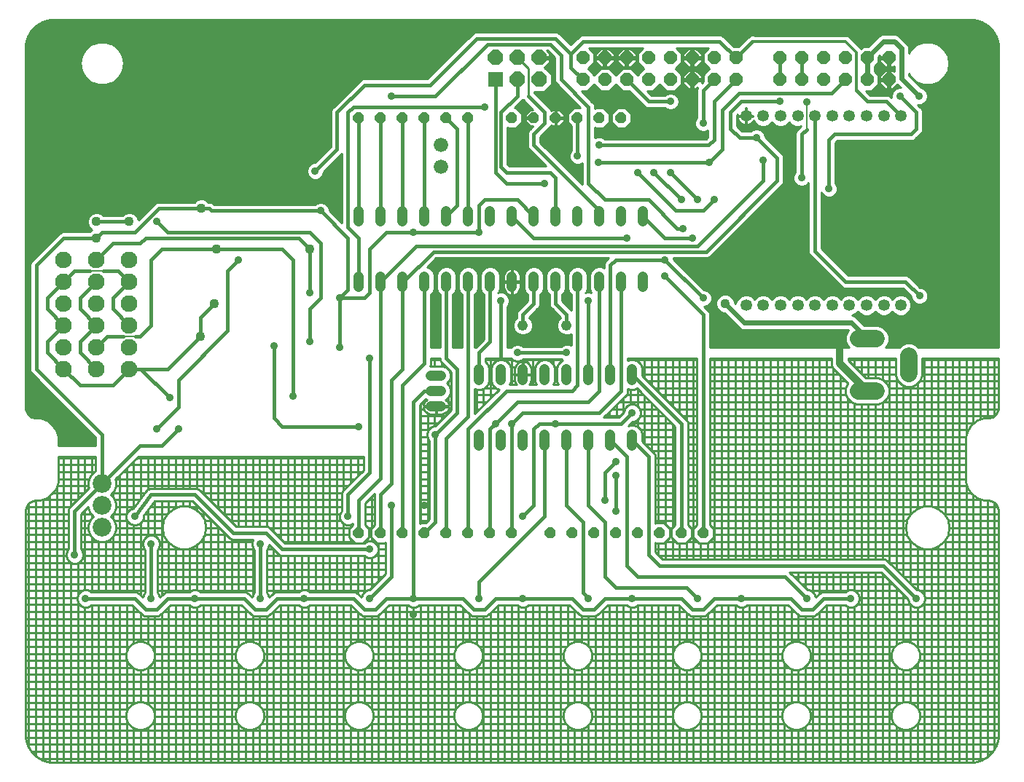
<source format=gbl>
G75*
G70*
%OFA0B0*%
%FSLAX24Y24*%
%IPPOS*%
%LPD*%
%AMOC8*
5,1,8,0,0,1.08239X$1,22.5*
%
%ADD10C,0.0480*%
%ADD11R,0.0700X0.0700*%
%ADD12OC8,0.0700*%
%ADD13C,0.0760*%
%ADD14C,0.0860*%
%ADD15OC8,0.0600*%
%ADD16OC8,0.0500*%
%ADD17C,0.0460*%
%ADD18C,0.0480*%
%ADD19C,0.0787*%
%ADD20C,0.0530*%
%ADD21C,0.0660*%
%ADD22C,0.0100*%
%ADD23C,0.0357*%
%ADD24C,0.0160*%
%ADD25C,0.0436*%
%ADD26C,0.0240*%
%ADD27C,0.0080*%
%ADD28C,0.0120*%
%ADD29C,0.0320*%
D10*
X021670Y015170D02*
X021670Y015650D01*
X022670Y015650D02*
X022670Y015170D01*
X023670Y015170D02*
X023670Y015650D01*
X024670Y015650D02*
X024670Y015170D01*
X025670Y015170D02*
X025670Y015650D01*
X026670Y015650D02*
X026670Y015170D01*
X027670Y015170D02*
X027670Y015650D01*
X028670Y015650D02*
X028670Y015170D01*
X028670Y018170D02*
X028670Y018650D01*
X027670Y018650D02*
X027670Y018170D01*
X026670Y018170D02*
X026670Y018650D01*
X025670Y018650D02*
X025670Y018170D01*
X024670Y018170D02*
X024670Y018650D01*
X023670Y018650D02*
X023670Y018170D01*
X022670Y018170D02*
X022670Y018650D01*
X021670Y018650D02*
X021670Y018170D01*
X021170Y022420D02*
X021170Y022900D01*
X020170Y022900D02*
X020170Y022420D01*
X019170Y022420D02*
X019170Y022900D01*
X018170Y022900D02*
X018170Y022420D01*
X017170Y022420D02*
X017170Y022900D01*
X016170Y022900D02*
X016170Y022420D01*
X016170Y025420D02*
X016170Y025900D01*
X017170Y025900D02*
X017170Y025420D01*
X018170Y025420D02*
X018170Y025900D01*
X019170Y025900D02*
X019170Y025420D01*
X020170Y025420D02*
X020170Y025900D01*
X021170Y025900D02*
X021170Y025420D01*
X022170Y025420D02*
X022170Y025900D01*
X023170Y025900D02*
X023170Y025420D01*
X024170Y025420D02*
X024170Y025900D01*
X025170Y025900D02*
X025170Y025420D01*
X026170Y025420D02*
X026170Y025900D01*
X027170Y025900D02*
X027170Y025420D01*
X028170Y025420D02*
X028170Y025900D01*
X029170Y025900D02*
X029170Y025420D01*
X029170Y022900D02*
X029170Y022420D01*
X028170Y022420D02*
X028170Y022900D01*
X027170Y022900D02*
X027170Y022420D01*
X026170Y022420D02*
X026170Y022900D01*
X025170Y022900D02*
X025170Y022420D01*
X024170Y022420D02*
X024170Y022900D01*
X023170Y022900D02*
X023170Y022420D01*
X022170Y022420D02*
X022170Y022900D01*
D11*
X022420Y031910D03*
D12*
X023420Y031910D03*
X024420Y031910D03*
X024420Y032910D03*
X023420Y032910D03*
X022420Y032910D03*
D13*
X005670Y023660D03*
X005670Y022660D03*
X005670Y021660D03*
X005670Y020660D03*
X005670Y019660D03*
X005670Y018660D03*
X004170Y018660D03*
X004170Y019660D03*
X004170Y020660D03*
X004170Y021660D03*
X004170Y022660D03*
X004170Y023660D03*
X002670Y023660D03*
X002670Y022660D03*
X002670Y021660D03*
X002670Y020660D03*
X002670Y019660D03*
X002670Y018660D03*
D14*
X004420Y013410D03*
X004420Y012410D03*
X004420Y011410D03*
D15*
X026420Y031910D03*
X027420Y031910D03*
X028420Y031910D03*
X029420Y031910D03*
X030420Y031910D03*
X031420Y031910D03*
X032420Y031910D03*
X032420Y032910D03*
X031420Y032910D03*
X030420Y032910D03*
X029420Y032910D03*
X028420Y032910D03*
X027420Y032910D03*
X026420Y032910D03*
X033420Y032910D03*
X033420Y031910D03*
X035420Y031910D03*
X036420Y031910D03*
X037420Y031910D03*
X038420Y031910D03*
X038420Y032910D03*
X037420Y032910D03*
X036420Y032910D03*
X035420Y032910D03*
X039420Y032910D03*
X040420Y032910D03*
X040420Y031910D03*
X039420Y031910D03*
D16*
X028170Y030160D03*
X027170Y030160D03*
X026170Y030160D03*
X025170Y030160D03*
X024170Y030160D03*
X023170Y030160D03*
X021170Y030160D03*
X020170Y030160D03*
X019170Y030160D03*
X018170Y030160D03*
X017170Y030160D03*
X016170Y030160D03*
X016170Y011160D03*
X017170Y011160D03*
X018170Y011160D03*
X019170Y011160D03*
X020170Y011160D03*
X021170Y011160D03*
X022170Y011160D03*
X023170Y011160D03*
X024920Y011160D03*
X025920Y011160D03*
X026920Y011160D03*
X027920Y011160D03*
X028920Y011160D03*
X029920Y011160D03*
X030920Y011160D03*
X031920Y011160D03*
D17*
X019931Y016960D02*
X019471Y016960D01*
X019471Y017660D02*
X019931Y017660D01*
X019931Y018360D02*
X019471Y018360D01*
D18*
X023670Y020660D03*
X025670Y020660D03*
D19*
X039026Y020060D02*
X039814Y020060D01*
X041320Y019254D02*
X041320Y018466D01*
X039814Y017660D02*
X039026Y017660D01*
D20*
X039389Y021579D03*
X040176Y021579D03*
X040963Y021579D03*
X038601Y021579D03*
X037814Y021579D03*
X037026Y021579D03*
X036239Y021579D03*
X035451Y021579D03*
X034664Y021579D03*
X033877Y021579D03*
X033877Y030241D03*
X034664Y030241D03*
X035451Y030241D03*
X036239Y030241D03*
X037026Y030241D03*
X037814Y030241D03*
X038601Y030241D03*
X039389Y030241D03*
X040176Y030241D03*
X040963Y030241D03*
D21*
X019920Y028910D03*
X019920Y027910D03*
D22*
X001015Y001432D02*
X001178Y001149D01*
X001409Y000918D01*
X001692Y000755D01*
X001692Y000755D01*
X002007Y000671D01*
X002170Y000660D01*
X044170Y000660D01*
X044333Y000671D01*
X044648Y000755D01*
X044931Y000918D01*
X045162Y001149D01*
X045325Y001432D01*
X045409Y001747D01*
X045420Y001910D01*
X045420Y012160D01*
X045414Y012238D01*
X045366Y012387D01*
X045274Y012514D01*
X045147Y012606D01*
X044998Y012654D01*
X044920Y012660D01*
X044762Y012660D01*
X044460Y012758D01*
X044460Y012758D01*
X044204Y012944D01*
X044204Y012944D01*
X044018Y013200D01*
X044018Y013200D01*
X043920Y013502D01*
X043920Y015568D01*
X044018Y015870D01*
X044018Y015870D01*
X044204Y016126D01*
X044204Y016126D01*
X044204Y016126D01*
X044460Y016312D01*
X044460Y016312D01*
X044762Y016410D01*
X044920Y016410D01*
X044998Y016416D01*
X045147Y016464D01*
X045274Y016556D01*
X045366Y016683D01*
X045414Y016832D01*
X045420Y016910D01*
X045420Y019160D01*
X041924Y019160D01*
X041924Y018346D01*
X041832Y018124D01*
X041662Y017955D01*
X041440Y017863D01*
X041200Y017863D01*
X040978Y017955D01*
X040808Y018124D01*
X040716Y018346D01*
X040716Y019160D01*
X038540Y019160D01*
X038540Y019063D01*
X039340Y018264D01*
X039934Y018264D01*
X040156Y018172D01*
X040325Y018002D01*
X040417Y017780D01*
X040417Y017540D01*
X040325Y017318D01*
X040156Y017148D01*
X039934Y017056D01*
X038906Y017056D01*
X038684Y017148D01*
X038515Y017318D01*
X038423Y017540D01*
X038423Y017780D01*
X038515Y018002D01*
X038535Y018022D01*
X037960Y018596D01*
X037960Y018596D01*
X037856Y018700D01*
X037800Y018836D01*
X037800Y019160D01*
X032210Y019160D01*
X032210Y011521D01*
X032380Y011351D01*
X032380Y010969D01*
X032111Y010700D01*
X031729Y010700D01*
X031460Y010969D01*
X031460Y011351D01*
X031630Y011521D01*
X031630Y019160D01*
X028460Y019160D01*
X028460Y019050D01*
X028580Y019100D01*
X028760Y019100D01*
X028925Y019031D01*
X029051Y018905D01*
X029120Y018740D01*
X029120Y018370D01*
X031166Y016324D01*
X031210Y016218D01*
X031210Y011521D01*
X031380Y011351D01*
X031380Y010969D01*
X031111Y010700D01*
X030729Y010700D01*
X030460Y010969D01*
X030460Y011351D01*
X030630Y011521D01*
X030630Y016040D01*
X028894Y017776D01*
X028760Y017720D01*
X028580Y017720D01*
X028460Y017770D01*
X028460Y017602D01*
X028416Y017496D01*
X027370Y016450D01*
X028050Y016450D01*
X028281Y016681D01*
X028281Y016737D01*
X028340Y016880D01*
X028450Y016990D01*
X028593Y017049D01*
X028747Y017049D01*
X028890Y016990D01*
X029000Y016880D01*
X029059Y016737D01*
X029059Y016583D01*
X029000Y016440D01*
X028890Y016330D01*
X028747Y016271D01*
X028691Y016271D01*
X028477Y016057D01*
X028580Y016100D01*
X028760Y016100D01*
X028925Y016031D01*
X029051Y015905D01*
X029120Y015740D01*
X029120Y015370D01*
X029584Y014906D01*
X029666Y014824D01*
X029710Y014718D01*
X029710Y011601D01*
X029729Y011620D01*
X030111Y011620D01*
X030380Y011351D01*
X030380Y010969D01*
X030111Y010700D01*
X029729Y010700D01*
X029710Y010719D01*
X029710Y010280D01*
X030040Y009950D01*
X040228Y009950D01*
X040334Y009906D01*
X041691Y008549D01*
X041747Y008549D01*
X041890Y008490D01*
X042000Y008380D01*
X042059Y008237D01*
X042059Y008083D01*
X042000Y007940D01*
X041890Y007830D01*
X041747Y007771D01*
X041593Y007771D01*
X041450Y007830D01*
X041340Y007940D01*
X041281Y008083D01*
X041281Y008139D01*
X040050Y009370D01*
X035870Y009370D01*
X036691Y008549D01*
X036747Y008549D01*
X036890Y008490D01*
X037000Y008380D01*
X037059Y008237D01*
X037059Y008209D01*
X037256Y008406D01*
X037362Y008450D01*
X038410Y008450D01*
X038450Y008490D01*
X038593Y008549D01*
X038747Y008549D01*
X038890Y008490D01*
X039000Y008380D01*
X039059Y008237D01*
X039059Y008083D01*
X039000Y007940D01*
X038890Y007830D01*
X038747Y007771D01*
X038593Y007771D01*
X038450Y007830D01*
X038410Y007870D01*
X037540Y007870D01*
X037084Y007414D01*
X036978Y007370D01*
X036362Y007370D01*
X036256Y007414D01*
X035800Y007870D01*
X033930Y007870D01*
X033890Y007830D01*
X033747Y007771D01*
X033593Y007771D01*
X033450Y007830D01*
X033410Y007870D01*
X032540Y007870D01*
X032166Y007496D01*
X032084Y007414D01*
X031978Y007370D01*
X031362Y007370D01*
X031256Y007414D01*
X030800Y007870D01*
X028930Y007870D01*
X028890Y007830D01*
X028747Y007771D01*
X028593Y007771D01*
X028450Y007830D01*
X028410Y007870D01*
X027540Y007870D01*
X027084Y007414D01*
X026978Y007370D01*
X026362Y007370D01*
X026256Y007414D01*
X026174Y007496D01*
X025800Y007870D01*
X023930Y007870D01*
X023890Y007830D01*
X023747Y007771D01*
X023593Y007771D01*
X023450Y007830D01*
X023410Y007870D01*
X022540Y007870D01*
X022084Y007414D01*
X021978Y007370D01*
X021362Y007370D01*
X021256Y007414D01*
X021174Y007496D01*
X020800Y007870D01*
X018930Y007870D01*
X018890Y007830D01*
X018747Y007771D01*
X018593Y007771D01*
X018450Y007830D01*
X018410Y007870D01*
X017540Y007870D01*
X017084Y007414D01*
X016978Y007370D01*
X016362Y007370D01*
X016256Y007414D01*
X015800Y007870D01*
X013930Y007870D01*
X013890Y007830D01*
X013747Y007771D01*
X013593Y007771D01*
X013450Y007830D01*
X013410Y007870D01*
X012540Y007870D01*
X012084Y007414D01*
X011978Y007370D01*
X011362Y007370D01*
X011256Y007414D01*
X011174Y007496D01*
X010800Y007870D01*
X008930Y007870D01*
X008890Y007830D01*
X008747Y007771D01*
X008593Y007771D01*
X008450Y007830D01*
X008410Y007870D01*
X007540Y007870D01*
X007084Y007414D01*
X006978Y007370D01*
X006362Y007370D01*
X006256Y007414D01*
X006174Y007496D01*
X005800Y007870D01*
X003930Y007870D01*
X003890Y007830D01*
X003747Y007771D01*
X003593Y007771D01*
X003450Y007830D01*
X003340Y007940D01*
X003281Y008083D01*
X003281Y008237D01*
X003340Y008380D01*
X003450Y008490D01*
X003593Y008549D01*
X003747Y008549D01*
X003890Y008490D01*
X003930Y008450D01*
X005978Y008450D01*
X006084Y008406D01*
X006281Y008209D01*
X006281Y008237D01*
X006340Y008380D01*
X006380Y008420D01*
X006380Y010400D01*
X006340Y010440D01*
X003460Y010440D01*
X003460Y010420D02*
X003460Y012040D01*
X003885Y012040D01*
X003877Y012047D02*
X004015Y011910D01*
X003877Y011773D01*
X003780Y011537D01*
X003780Y011283D01*
X003877Y011047D01*
X004057Y010867D01*
X004293Y010770D01*
X004547Y010770D01*
X004783Y010867D01*
X004963Y011047D01*
X005060Y011283D01*
X005060Y011537D01*
X004963Y011773D01*
X004825Y011910D01*
X004963Y012047D01*
X005060Y012283D01*
X005060Y012537D01*
X004963Y012773D01*
X004825Y012910D01*
X004963Y013047D01*
X005060Y013283D01*
X005060Y013537D01*
X005030Y013610D01*
X006080Y014660D01*
X016380Y014660D01*
X016380Y014030D01*
X015424Y013074D01*
X015380Y012968D01*
X015380Y012170D01*
X015340Y012130D01*
X015281Y011987D01*
X015281Y011833D01*
X015340Y011690D01*
X015450Y011580D01*
X015593Y011521D01*
X015747Y011521D01*
X015880Y011576D01*
X015880Y011521D01*
X015710Y011351D01*
X015710Y010969D01*
X015979Y010700D01*
X016361Y010700D01*
X016630Y010969D01*
X016630Y011351D01*
X016460Y011521D01*
X016460Y012540D01*
X016880Y012960D01*
X016880Y011521D01*
X016710Y011351D01*
X016710Y010969D01*
X016979Y010700D01*
X017361Y010700D01*
X017380Y010719D01*
X017380Y009280D01*
X016649Y008549D01*
X016593Y008549D01*
X016450Y008490D01*
X016340Y008380D01*
X016281Y008237D01*
X016281Y008209D01*
X016084Y008406D01*
X015978Y008450D01*
X013930Y008450D01*
X013890Y008490D01*
X013747Y008549D01*
X013593Y008549D01*
X013450Y008490D01*
X013410Y008450D01*
X012362Y008450D01*
X012256Y008406D01*
X012174Y008324D01*
X012059Y008209D01*
X012059Y008237D01*
X012000Y008380D01*
X011960Y008420D01*
X011960Y010400D01*
X012000Y010440D01*
X012230Y010440D01*
X012270Y010400D02*
X012270Y008412D01*
X012590Y008450D02*
X012590Y010129D01*
X012612Y010120D02*
X011960Y010120D01*
X011960Y009800D02*
X017380Y009800D01*
X017380Y010120D02*
X016930Y010120D01*
X016890Y010080D02*
X017000Y010190D01*
X017059Y010333D01*
X017059Y010487D01*
X017000Y010630D01*
X016890Y010740D01*
X016747Y010799D01*
X016593Y010799D01*
X016450Y010740D01*
X016410Y010700D01*
X012790Y010700D01*
X012166Y011324D01*
X012084Y011406D01*
X011978Y011450D01*
X010540Y011450D01*
X008916Y013074D01*
X008834Y013156D01*
X008728Y013200D01*
X006707Y013200D01*
X006686Y013205D01*
X006649Y013200D01*
X006612Y013200D01*
X006593Y013192D01*
X006572Y013189D01*
X006540Y013170D01*
X006506Y013156D01*
X006491Y013141D01*
X006473Y013130D01*
X006450Y013100D01*
X006424Y013074D01*
X006416Y013055D01*
X005849Y012299D01*
X005843Y012299D01*
X005700Y012240D01*
X005590Y012130D01*
X005531Y011987D01*
X005531Y011833D01*
X005590Y011690D01*
X005700Y011580D01*
X005843Y011521D01*
X005997Y011521D01*
X006140Y011580D01*
X006250Y011690D01*
X006309Y011833D01*
X006309Y011945D01*
X006815Y012620D01*
X008550Y012620D01*
X010256Y010914D01*
X010362Y010870D01*
X011336Y010870D01*
X011281Y010737D01*
X011281Y010583D01*
X011340Y010440D01*
X008370Y010440D01*
X008343Y010430D02*
X008668Y010548D01*
X008932Y010770D01*
X008932Y010770D01*
X008932Y010770D01*
X009105Y011070D01*
X009165Y011410D01*
X009105Y011750D01*
X008932Y012050D01*
X008668Y012272D01*
X008668Y012272D01*
X008343Y012390D01*
X007997Y012390D01*
X007672Y012272D01*
X007408Y012050D01*
X007408Y012050D01*
X007235Y011750D01*
X007175Y011410D01*
X007235Y011070D01*
X007235Y011070D01*
X007408Y010770D01*
X007672Y010548D01*
X007672Y010548D01*
X007997Y010430D01*
X008120Y010430D01*
X008343Y010430D01*
X008430Y010462D02*
X008430Y008470D01*
X008450Y008490D02*
X008410Y008450D01*
X007362Y008450D01*
X007256Y008406D01*
X007174Y008324D01*
X007059Y008209D01*
X007059Y008237D01*
X007000Y008380D01*
X006960Y008420D01*
X006960Y010400D01*
X007000Y010440D01*
X007970Y010440D01*
X008110Y010430D02*
X008110Y008450D01*
X007790Y008450D02*
X007790Y010505D01*
X007470Y010718D02*
X007470Y008450D01*
X007150Y008300D02*
X007150Y012620D01*
X007470Y012620D02*
X007470Y012102D01*
X007408Y012050D02*
X007408Y012050D01*
X007402Y012040D02*
X006380Y012040D01*
X006510Y012213D02*
X006510Y011014D01*
X006450Y010990D02*
X006593Y011049D01*
X006747Y011049D01*
X006890Y010990D01*
X007000Y010880D01*
X007059Y010737D01*
X007059Y010583D01*
X007000Y010440D01*
X006960Y010120D02*
X011380Y010120D01*
X011380Y010400D02*
X011380Y008420D01*
X011340Y008380D01*
X011281Y008237D01*
X011281Y008209D01*
X011084Y008406D01*
X010978Y008450D01*
X008930Y008450D01*
X008890Y008490D01*
X008747Y008549D01*
X008593Y008549D01*
X008450Y008490D01*
X008523Y008520D02*
X006960Y008520D01*
X006960Y008840D02*
X011380Y008840D01*
X011380Y008520D02*
X008817Y008520D01*
X008750Y008548D02*
X008750Y010617D01*
X008668Y010548D02*
X008668Y010548D01*
X008920Y010760D02*
X011291Y010760D01*
X011310Y010807D02*
X011310Y010870D01*
X010990Y010870D02*
X010990Y008445D01*
X010670Y008450D02*
X010670Y010870D01*
X010350Y010875D02*
X010350Y008450D01*
X010030Y008450D02*
X010030Y011140D01*
X010090Y011080D02*
X009107Y011080D01*
X009105Y011070D02*
X009105Y011070D01*
X009070Y011009D02*
X009070Y008450D01*
X009390Y008450D02*
X009390Y011780D01*
X009450Y011720D02*
X009110Y011720D01*
X009070Y011811D02*
X009070Y012100D01*
X009130Y012040D02*
X008938Y012040D01*
X008932Y012050D02*
X008932Y012050D01*
X008750Y012203D02*
X008750Y012420D01*
X008810Y012360D02*
X008425Y012360D01*
X008430Y012358D02*
X008430Y012620D01*
X008110Y012620D02*
X008110Y012390D01*
X007915Y012360D02*
X006620Y012360D01*
X006830Y012620D02*
X006830Y011014D01*
X007049Y010760D02*
X007420Y010760D01*
X007408Y010770D02*
X007408Y010770D01*
X007233Y011080D02*
X004976Y011080D01*
X004910Y010995D02*
X004910Y008450D01*
X004590Y008450D02*
X004590Y010788D01*
X004270Y010779D02*
X004270Y008450D01*
X003950Y008450D02*
X003950Y010975D01*
X003864Y011080D02*
X003460Y011080D01*
X003460Y010760D02*
X006291Y010760D01*
X006281Y010737D02*
X006281Y010583D01*
X006340Y010440D01*
X006281Y010737D02*
X006340Y010880D01*
X006450Y010990D01*
X005870Y011521D02*
X005870Y008450D01*
X005550Y008450D02*
X005550Y011787D01*
X005578Y011720D02*
X004984Y011720D01*
X004910Y011825D02*
X004910Y011995D01*
X004955Y012040D02*
X005553Y012040D01*
X005550Y012033D02*
X005550Y014130D01*
X005700Y014280D02*
X016380Y014280D01*
X016380Y014600D02*
X006020Y014600D01*
X006190Y014660D02*
X006190Y012753D01*
X006135Y012680D02*
X005001Y012680D01*
X004910Y012825D02*
X004910Y012995D01*
X004915Y013000D02*
X006375Y013000D01*
X006510Y013158D02*
X006510Y014660D01*
X006830Y014660D02*
X006830Y013200D01*
X007150Y013200D02*
X007150Y014660D01*
X007470Y014660D02*
X007470Y013200D01*
X007790Y013200D02*
X007790Y014660D01*
X008110Y014660D02*
X008110Y013200D01*
X008430Y013200D02*
X008430Y014660D01*
X008750Y014660D02*
X008750Y013191D01*
X008990Y013000D02*
X015393Y013000D01*
X015470Y013120D02*
X015470Y014660D01*
X015150Y014660D02*
X015150Y010700D01*
X014830Y010700D02*
X014830Y014660D01*
X014510Y014660D02*
X014510Y010700D01*
X014190Y010700D02*
X014190Y014660D01*
X013870Y014660D02*
X013870Y010700D01*
X013550Y010700D02*
X013550Y014660D01*
X013230Y014660D02*
X013230Y010700D01*
X012910Y010700D02*
X012910Y014660D01*
X012590Y014660D02*
X012590Y010900D01*
X012730Y010760D02*
X015919Y010760D01*
X015790Y010700D02*
X015790Y010889D01*
X015710Y011080D02*
X012410Y011080D01*
X012270Y011220D02*
X012270Y014660D01*
X011950Y014660D02*
X011950Y011450D01*
X012090Y011400D02*
X015759Y011400D01*
X015790Y011431D02*
X015790Y011539D01*
X015470Y011572D02*
X015470Y010700D01*
X015470Y010120D02*
X015470Y008450D01*
X015150Y008450D02*
X015150Y010120D01*
X014830Y010120D02*
X014830Y008450D01*
X014510Y008450D02*
X014510Y010120D01*
X014190Y010120D02*
X014190Y008450D01*
X013870Y008498D02*
X013870Y010120D01*
X013550Y010120D02*
X013550Y008531D01*
X013523Y008520D02*
X011960Y008520D01*
X011960Y008840D02*
X016940Y008840D01*
X017070Y008970D02*
X017070Y010700D01*
X016919Y010760D02*
X016841Y010760D01*
X016750Y010798D02*
X016750Y010929D01*
X016710Y011080D02*
X016630Y011080D01*
X016581Y011400D02*
X016759Y011400D01*
X016750Y011391D02*
X016750Y012830D01*
X016880Y012680D02*
X016600Y012680D01*
X016460Y012360D02*
X016880Y012360D01*
X016880Y012040D02*
X016460Y012040D01*
X016460Y011720D02*
X016880Y011720D01*
X016499Y010760D02*
X016421Y010760D01*
X016430Y010769D02*
X016430Y010720D01*
X016110Y010700D02*
X016110Y010700D01*
X016110Y010120D02*
X016110Y008380D01*
X015790Y008450D02*
X015790Y010120D01*
X016410Y010120D02*
X016450Y010080D01*
X016593Y010021D01*
X016747Y010021D01*
X016890Y010080D01*
X016750Y010022D02*
X016750Y008650D01*
X016523Y008520D02*
X013817Y008520D01*
X013230Y008450D02*
X013230Y010120D01*
X012910Y010120D02*
X012910Y008450D01*
X012910Y007870D02*
X012910Y000660D01*
X012590Y000660D02*
X012590Y007870D01*
X012270Y007600D02*
X012270Y000660D01*
X011950Y000660D02*
X011950Y007370D01*
X011630Y007370D02*
X011630Y005994D01*
X011664Y005960D02*
X015676Y005960D01*
X015624Y005908D02*
X015526Y005672D01*
X015526Y005416D01*
X015624Y005179D01*
X015805Y004998D01*
X016042Y004900D01*
X016298Y004900D01*
X016535Y004998D01*
X016716Y005179D01*
X016814Y005416D01*
X016814Y005672D01*
X016716Y005908D01*
X016535Y006090D01*
X016298Y006188D01*
X016042Y006188D01*
X015805Y006090D01*
X015624Y005908D01*
X015790Y006074D02*
X015790Y007870D01*
X015470Y007870D02*
X015470Y000660D01*
X015150Y000660D02*
X015150Y007870D01*
X014830Y007870D02*
X014830Y000660D01*
X014510Y000660D02*
X014510Y007870D01*
X014190Y007870D02*
X014190Y000660D01*
X013870Y000660D02*
X013870Y007822D01*
X013550Y007789D02*
X013550Y000660D01*
X013230Y000660D02*
X013230Y007870D01*
X012230Y007560D02*
X016110Y007560D01*
X016110Y006188D01*
X016430Y006133D02*
X016430Y007370D01*
X016750Y007370D02*
X016750Y005826D01*
X016664Y005960D02*
X020676Y005960D01*
X020624Y005908D02*
X020805Y006090D01*
X021042Y006188D01*
X021298Y006188D01*
X021535Y006090D01*
X021716Y005908D01*
X021814Y005672D01*
X021814Y005416D01*
X021716Y005179D01*
X021535Y004998D01*
X021298Y004900D01*
X021042Y004900D01*
X020805Y004998D01*
X020624Y005179D01*
X020526Y005416D01*
X020526Y005672D01*
X020624Y005908D01*
X020590Y005826D02*
X020590Y007870D01*
X020270Y007870D02*
X020270Y000660D01*
X019950Y000660D02*
X019950Y007870D01*
X019630Y007870D02*
X019630Y000660D01*
X019310Y000660D02*
X019310Y007870D01*
X018990Y007870D02*
X018990Y000660D01*
X018670Y000660D02*
X018670Y007771D01*
X018350Y007870D02*
X018350Y000660D01*
X018030Y000660D02*
X018030Y007870D01*
X017710Y007870D02*
X017710Y000660D01*
X017390Y000660D02*
X017390Y007720D01*
X017230Y007560D02*
X021110Y007560D01*
X021230Y007440D02*
X021230Y006188D01*
X020910Y006133D02*
X020910Y007760D01*
X021550Y007370D02*
X021550Y006074D01*
X021664Y005960D02*
X025676Y005960D01*
X025710Y005994D02*
X025710Y007870D01*
X025390Y007870D02*
X025390Y000660D01*
X025070Y000660D02*
X025070Y007870D01*
X024750Y007870D02*
X024750Y000660D01*
X024430Y000660D02*
X024430Y007870D01*
X024110Y007870D02*
X024110Y000660D01*
X023790Y000660D02*
X023790Y007789D01*
X023470Y007822D02*
X023470Y000660D01*
X023150Y000660D02*
X023150Y007870D01*
X022830Y007870D02*
X022830Y000660D01*
X022510Y000660D02*
X022510Y007840D01*
X022230Y007560D02*
X026110Y007560D01*
X026030Y007640D02*
X026030Y006183D01*
X026042Y006188D02*
X025805Y006090D01*
X025624Y005908D01*
X025526Y005672D01*
X025526Y005416D01*
X025624Y005179D01*
X025805Y004998D01*
X026042Y004900D01*
X026298Y004900D01*
X026535Y004998D01*
X026716Y005179D01*
X026814Y005416D01*
X026814Y005672D01*
X026716Y005908D01*
X026535Y006090D01*
X026298Y006188D01*
X026042Y006188D01*
X026350Y006166D02*
X026350Y007375D01*
X026670Y007370D02*
X026670Y005954D01*
X026664Y005960D02*
X030676Y005960D01*
X030624Y005908D02*
X030805Y006090D01*
X031042Y006188D01*
X031298Y006188D01*
X031535Y006090D01*
X031716Y005908D01*
X031814Y005672D01*
X031814Y005416D01*
X031716Y005179D01*
X031535Y004998D01*
X031298Y004900D01*
X031042Y004900D01*
X030805Y004998D01*
X030624Y005179D01*
X030526Y005416D01*
X030526Y005672D01*
X030624Y005908D01*
X030830Y006100D02*
X030830Y007840D01*
X030510Y007870D02*
X030510Y000660D01*
X030190Y000660D02*
X030190Y007870D01*
X029870Y007870D02*
X029870Y000660D01*
X029550Y000660D02*
X029550Y007870D01*
X029230Y007870D02*
X029230Y000660D01*
X028910Y000660D02*
X028910Y007850D01*
X028590Y007772D02*
X028590Y000660D01*
X028270Y000660D02*
X028270Y007870D01*
X027950Y007870D02*
X027950Y000660D01*
X027630Y000660D02*
X027630Y007870D01*
X027310Y007640D02*
X027310Y000660D01*
X026990Y000660D02*
X026990Y007375D01*
X027230Y007560D02*
X031110Y007560D01*
X031150Y007520D02*
X031150Y006188D01*
X031470Y006116D02*
X031470Y007370D01*
X031790Y007370D02*
X031790Y005729D01*
X031814Y005640D02*
X035526Y005640D01*
X035526Y005672D02*
X035526Y005416D01*
X035624Y005179D01*
X035805Y004998D01*
X036042Y004900D01*
X036298Y004900D01*
X036535Y004998D01*
X036716Y005179D01*
X036814Y005416D01*
X036814Y005672D01*
X036716Y005908D01*
X036535Y006090D01*
X036298Y006188D01*
X036042Y006188D01*
X035805Y006090D01*
X035624Y005908D01*
X035526Y005672D01*
X035630Y005914D02*
X035630Y007870D01*
X035310Y007870D02*
X035310Y000660D01*
X035630Y000660D02*
X035630Y002418D01*
X035624Y002423D02*
X035805Y002242D01*
X036042Y002144D01*
X036298Y002144D01*
X036535Y002242D01*
X036716Y002423D01*
X036814Y002660D01*
X036814Y002916D01*
X036716Y003153D01*
X036535Y003334D01*
X036298Y003432D01*
X036042Y003432D01*
X035805Y003334D01*
X035624Y003153D01*
X035526Y002916D01*
X035526Y002660D01*
X035624Y002423D01*
X035617Y002440D02*
X031723Y002440D01*
X031716Y002423D02*
X031814Y002660D01*
X031814Y002916D01*
X031716Y003153D01*
X031535Y003334D01*
X031298Y003432D01*
X031042Y003432D01*
X030805Y003334D01*
X030624Y003153D01*
X030526Y002916D01*
X030526Y002660D01*
X030624Y002423D01*
X030805Y002242D01*
X031042Y002144D01*
X031298Y002144D01*
X031535Y002242D01*
X031716Y002423D01*
X031790Y002603D02*
X031790Y000660D01*
X031470Y000660D02*
X031470Y002215D01*
X031150Y002144D02*
X031150Y000660D01*
X030830Y000660D02*
X030830Y002232D01*
X030617Y002440D02*
X026723Y002440D01*
X026716Y002423D02*
X026814Y002660D01*
X026814Y002916D01*
X026716Y003153D01*
X026535Y003334D01*
X026298Y003432D01*
X026042Y003432D01*
X025805Y003334D01*
X025624Y003153D01*
X025526Y002916D01*
X025526Y002660D01*
X025624Y002423D01*
X025805Y002242D01*
X026042Y002144D01*
X026298Y002144D01*
X026535Y002242D01*
X026716Y002423D01*
X026670Y002378D02*
X026670Y000660D01*
X026350Y000660D02*
X026350Y002166D01*
X026030Y002149D02*
X026030Y000660D01*
X025710Y000660D02*
X025710Y002338D01*
X025617Y002440D02*
X021723Y002440D01*
X021716Y002423D02*
X021814Y002660D01*
X021814Y002916D01*
X021716Y003153D01*
X021535Y003334D01*
X021298Y003432D01*
X021042Y003432D01*
X020805Y003334D01*
X020624Y003153D01*
X020526Y002916D01*
X020526Y002660D01*
X020624Y002423D01*
X020805Y002242D01*
X021042Y002144D01*
X021298Y002144D01*
X021535Y002242D01*
X021716Y002423D01*
X021550Y002258D02*
X021550Y000660D01*
X021230Y000660D02*
X021230Y002144D01*
X020910Y002199D02*
X020910Y000660D01*
X020590Y000660D02*
X020590Y002506D01*
X020617Y002440D02*
X016723Y002440D01*
X016716Y002423D02*
X016814Y002660D01*
X016814Y002916D01*
X016716Y003153D01*
X016535Y003334D01*
X016298Y003432D01*
X016042Y003432D01*
X015805Y003334D01*
X015624Y003153D01*
X015526Y002916D01*
X015526Y002660D01*
X015624Y002423D01*
X015805Y002242D01*
X016042Y002144D01*
X016298Y002144D01*
X016535Y002242D01*
X016716Y002423D01*
X016750Y002506D02*
X016750Y000660D01*
X017070Y000660D02*
X017070Y007408D01*
X016430Y008470D02*
X016430Y010100D01*
X016410Y010120D02*
X012612Y010120D01*
X012506Y010164D01*
X012059Y010611D01*
X012059Y010583D01*
X012000Y010440D01*
X011380Y010400D02*
X011340Y010440D01*
X011310Y010513D02*
X011310Y008307D01*
X010670Y007870D02*
X010670Y005954D01*
X010676Y005960D02*
X006664Y005960D01*
X006716Y005908D02*
X006535Y006090D01*
X006298Y006188D01*
X006042Y006188D01*
X005805Y006090D01*
X005624Y005908D01*
X005526Y005672D01*
X005526Y005416D01*
X005624Y005179D01*
X005805Y004998D01*
X006042Y004900D01*
X006298Y004900D01*
X006535Y004998D01*
X006716Y005179D01*
X006814Y005416D01*
X006814Y005672D01*
X006716Y005908D01*
X006510Y006100D02*
X006510Y007370D01*
X006830Y007370D02*
X006830Y000660D01*
X006510Y000660D02*
X006510Y002232D01*
X006535Y002242D02*
X006716Y002423D01*
X006814Y002660D01*
X006814Y002916D01*
X006716Y003153D01*
X006535Y003334D01*
X006298Y003432D01*
X006042Y003432D01*
X005805Y003334D01*
X005624Y003153D01*
X005526Y002916D01*
X005526Y002660D01*
X005624Y002423D01*
X005805Y002242D01*
X006042Y002144D01*
X006298Y002144D01*
X006535Y002242D01*
X006723Y002440D02*
X010617Y002440D01*
X010624Y002423D02*
X010805Y002242D01*
X011042Y002144D01*
X011298Y002144D01*
X011535Y002242D01*
X011716Y002423D01*
X011814Y002660D01*
X011814Y002916D01*
X011716Y003153D01*
X011535Y003334D01*
X011298Y003432D01*
X011042Y003432D01*
X010805Y003334D01*
X010624Y003153D01*
X010526Y002916D01*
X010526Y002660D01*
X010624Y002423D01*
X010670Y002378D02*
X010670Y000660D01*
X010990Y000660D02*
X010990Y002166D01*
X011310Y002149D02*
X011310Y000660D01*
X011630Y000660D02*
X011630Y002338D01*
X011723Y002440D02*
X015617Y002440D01*
X015790Y002258D02*
X015790Y000660D01*
X016110Y000660D02*
X016110Y002144D01*
X016430Y002199D02*
X016430Y000660D01*
X016814Y002760D02*
X020526Y002760D01*
X020590Y003070D02*
X020590Y005262D01*
X020566Y005320D02*
X016774Y005320D01*
X016750Y005262D02*
X016750Y003070D01*
X016746Y003080D02*
X020594Y003080D01*
X020910Y003377D02*
X020910Y004955D01*
X020804Y005000D02*
X016536Y005000D01*
X016430Y004955D02*
X016430Y003377D01*
X016374Y003400D02*
X020966Y003400D01*
X021230Y003432D02*
X021230Y004900D01*
X021536Y005000D02*
X025804Y005000D01*
X025710Y005094D02*
X025710Y003238D01*
X025594Y003080D02*
X021746Y003080D01*
X021550Y003318D02*
X021550Y005014D01*
X021774Y005320D02*
X025566Y005320D01*
X025526Y005640D02*
X021814Y005640D01*
X020526Y005640D02*
X016814Y005640D01*
X016110Y004900D02*
X016110Y003432D01*
X015966Y003400D02*
X011374Y003400D01*
X011310Y003427D02*
X011310Y004905D01*
X011298Y004900D02*
X011535Y004998D01*
X011716Y005179D01*
X011814Y005416D01*
X011814Y005672D01*
X011716Y005908D01*
X011535Y006090D01*
X011298Y006188D01*
X011042Y006188D01*
X010805Y006090D01*
X010624Y005908D01*
X010526Y005672D01*
X010526Y005416D01*
X010624Y005179D01*
X010805Y004998D01*
X011042Y004900D01*
X011298Y004900D01*
X011536Y005000D02*
X015804Y005000D01*
X015790Y005014D02*
X015790Y003318D01*
X015594Y003080D02*
X011746Y003080D01*
X011630Y003238D02*
X011630Y005094D01*
X011774Y005320D02*
X015566Y005320D01*
X015526Y005640D02*
X011814Y005640D01*
X011310Y006183D02*
X011310Y007392D01*
X011110Y007560D02*
X007230Y007560D01*
X007150Y007480D02*
X007150Y000660D01*
X007470Y000660D02*
X007470Y007800D01*
X007790Y007870D02*
X007790Y000660D01*
X008110Y000660D02*
X008110Y007870D01*
X008430Y007850D02*
X008430Y000660D01*
X008750Y000660D02*
X008750Y007772D01*
X009070Y007870D02*
X009070Y000660D01*
X009390Y000660D02*
X009390Y007870D01*
X009710Y007870D02*
X009710Y000660D01*
X010030Y000660D02*
X010030Y007870D01*
X010350Y007870D02*
X010350Y000660D01*
X010526Y002760D02*
X006814Y002760D01*
X006746Y003080D02*
X010594Y003080D01*
X010670Y003198D02*
X010670Y005134D01*
X010804Y005000D02*
X006536Y005000D01*
X006510Y004988D02*
X006510Y003344D01*
X006374Y003400D02*
X010966Y003400D01*
X010990Y003410D02*
X010990Y004922D01*
X010566Y005320D02*
X006774Y005320D01*
X006814Y005640D02*
X010526Y005640D01*
X010990Y006166D02*
X010990Y007680D01*
X009710Y008450D02*
X009710Y011460D01*
X009770Y011400D02*
X009163Y011400D01*
X009165Y011410D02*
X009165Y011410D01*
X009950Y012040D02*
X015303Y012040D01*
X015328Y011720D02*
X010270Y011720D01*
X010350Y011640D02*
X010350Y014660D01*
X010030Y014660D02*
X010030Y011960D01*
X009710Y012280D02*
X009710Y014660D01*
X009390Y014660D02*
X009390Y012600D01*
X009310Y012680D02*
X015380Y012680D01*
X015380Y012360D02*
X009630Y012360D01*
X009070Y012920D02*
X009070Y014660D01*
X010670Y014660D02*
X010670Y011450D01*
X010990Y011450D02*
X010990Y014660D01*
X011310Y014660D02*
X011310Y011450D01*
X011630Y011450D02*
X011630Y014660D01*
X015670Y013320D02*
X005060Y013320D01*
X005060Y013640D02*
X015990Y013640D01*
X016110Y013760D02*
X016110Y014660D01*
X015790Y014660D02*
X015790Y013440D01*
X016310Y013960D02*
X005380Y013960D01*
X005230Y013810D02*
X005230Y008450D01*
X005230Y007870D02*
X005230Y000660D01*
X005550Y000660D02*
X005550Y002603D01*
X005526Y002760D02*
X000920Y002760D01*
X000920Y002440D02*
X005617Y002440D01*
X005870Y002215D02*
X005870Y000660D01*
X006190Y000660D02*
X006190Y002144D01*
X005550Y002973D02*
X005550Y005359D01*
X005566Y005320D02*
X000920Y005320D01*
X000920Y005000D02*
X005804Y005000D01*
X005870Y004971D02*
X005870Y003360D01*
X005966Y003400D02*
X000920Y003400D01*
X000920Y003720D02*
X045420Y003720D01*
X045420Y003400D02*
X041374Y003400D01*
X041390Y003394D02*
X041390Y004938D01*
X041298Y004900D02*
X041535Y004998D01*
X041716Y005179D01*
X041814Y005416D01*
X041814Y005672D01*
X041716Y005908D01*
X041535Y006090D01*
X041298Y006188D01*
X041042Y006188D01*
X040805Y006090D01*
X040624Y005908D01*
X040526Y005672D01*
X040526Y005416D01*
X040624Y005179D01*
X040805Y004998D01*
X041042Y004900D01*
X041298Y004900D01*
X041070Y004900D02*
X041070Y003432D01*
X041042Y003432D02*
X040805Y003334D01*
X040624Y003153D01*
X040526Y002916D01*
X040526Y002660D01*
X040624Y002423D01*
X040805Y002242D01*
X041042Y002144D01*
X041298Y002144D01*
X041535Y002242D01*
X041716Y002423D01*
X041814Y002660D01*
X041814Y002916D01*
X041716Y003153D01*
X041535Y003334D01*
X041298Y003432D01*
X041042Y003432D01*
X040966Y003400D02*
X036374Y003400D01*
X036270Y003432D02*
X036270Y004900D01*
X036536Y005000D02*
X040804Y005000D01*
X040750Y005054D02*
X040750Y003278D01*
X040594Y003080D02*
X036746Y003080D01*
X036590Y003278D02*
X036590Y005054D01*
X036774Y005320D02*
X040566Y005320D01*
X040526Y005640D02*
X036814Y005640D01*
X036664Y005960D02*
X040676Y005960D01*
X040750Y006034D02*
X040750Y008670D01*
X040900Y008520D02*
X038817Y008520D01*
X038830Y008514D02*
X038830Y009370D01*
X038510Y009370D02*
X038510Y008514D01*
X038523Y008520D02*
X036817Y008520D01*
X036910Y008470D02*
X036910Y009370D01*
X036590Y009370D02*
X036590Y008650D01*
X036400Y008840D02*
X040580Y008840D01*
X040430Y008990D02*
X040430Y000660D01*
X040750Y000660D02*
X040750Y002298D01*
X040617Y002440D02*
X036723Y002440D01*
X036590Y002298D02*
X036590Y000660D01*
X036270Y000660D02*
X036270Y002144D01*
X035950Y002182D02*
X035950Y000660D01*
X034990Y000660D02*
X034990Y007870D01*
X034670Y007870D02*
X034670Y000660D01*
X034350Y000660D02*
X034350Y007870D01*
X034030Y007870D02*
X034030Y000660D01*
X033710Y000660D02*
X033710Y007771D01*
X033390Y007870D02*
X033390Y000660D01*
X033070Y000660D02*
X033070Y007870D01*
X032750Y007870D02*
X032750Y000660D01*
X032430Y000660D02*
X032430Y007760D01*
X032230Y007560D02*
X036110Y007560D01*
X036270Y007408D02*
X036270Y006188D01*
X035950Y006149D02*
X035950Y007720D01*
X036590Y007370D02*
X036590Y006034D01*
X035676Y005960D02*
X031664Y005960D01*
X031790Y005359D02*
X031790Y002973D01*
X031746Y003080D02*
X035594Y003080D01*
X035630Y003158D02*
X035630Y005174D01*
X035566Y005320D02*
X031774Y005320D01*
X031536Y005000D02*
X035804Y005000D01*
X035950Y004938D02*
X035950Y003394D01*
X035966Y003400D02*
X031374Y003400D01*
X031470Y003360D02*
X031470Y004971D01*
X031150Y004900D02*
X031150Y003432D01*
X030966Y003400D02*
X026374Y003400D01*
X026350Y003410D02*
X026350Y004922D01*
X026536Y005000D02*
X030804Y005000D01*
X030830Y004988D02*
X030830Y003344D01*
X030594Y003080D02*
X026746Y003080D01*
X026670Y003198D02*
X026670Y005134D01*
X026774Y005320D02*
X030566Y005320D01*
X030526Y005640D02*
X026814Y005640D01*
X026030Y004905D02*
X026030Y003427D01*
X025966Y003400D02*
X021374Y003400D01*
X021814Y002760D02*
X025526Y002760D01*
X026814Y002760D02*
X030526Y002760D01*
X031814Y002760D02*
X035526Y002760D01*
X036814Y002760D02*
X040526Y002760D01*
X041070Y002144D02*
X041070Y000660D01*
X041390Y000660D02*
X041390Y002182D01*
X041710Y002418D02*
X041710Y000660D01*
X042030Y000660D02*
X042030Y008013D01*
X041940Y007880D02*
X045420Y007880D01*
X045420Y007560D02*
X037230Y007560D01*
X037230Y000660D01*
X036910Y000660D02*
X036910Y007370D01*
X037550Y007870D02*
X037550Y000660D01*
X037870Y000660D02*
X037870Y007870D01*
X038190Y007870D02*
X038190Y000660D01*
X038510Y000660D02*
X038510Y007806D01*
X038830Y007806D02*
X038830Y000660D01*
X039150Y000660D02*
X039150Y009370D01*
X039470Y009370D02*
X039470Y000660D01*
X039790Y000660D02*
X039790Y009370D01*
X040110Y009310D02*
X040110Y000660D01*
X042350Y000660D02*
X042350Y010433D01*
X042343Y010430D02*
X042668Y010548D01*
X042932Y010770D01*
X042932Y010770D01*
X042932Y010770D01*
X043105Y011070D01*
X043165Y011410D01*
X043105Y011750D01*
X043105Y011750D01*
X042932Y012050D01*
X042668Y012272D01*
X042668Y012272D01*
X042343Y012390D01*
X042120Y012390D01*
X041997Y012390D01*
X041672Y012272D01*
X041408Y012050D01*
X041408Y012050D01*
X041235Y011750D01*
X041175Y011410D01*
X041235Y011070D01*
X041235Y011070D01*
X041408Y010770D01*
X041672Y010548D01*
X041672Y010548D01*
X041997Y010430D01*
X042343Y010430D01*
X042370Y010440D02*
X045420Y010440D01*
X045420Y010760D02*
X042920Y010760D01*
X042990Y010870D02*
X042990Y000660D01*
X042670Y000660D02*
X042670Y010550D01*
X042668Y010548D02*
X042668Y010548D01*
X043105Y011070D02*
X043105Y011070D01*
X043107Y011080D02*
X045420Y011080D01*
X045420Y011400D02*
X043163Y011400D01*
X043165Y011410D02*
X043165Y011410D01*
X043110Y011720D02*
X045420Y011720D01*
X045420Y012040D02*
X042938Y012040D01*
X042932Y012050D02*
X042932Y012050D01*
X042990Y011950D02*
X042990Y019160D01*
X042670Y019160D02*
X042670Y012270D01*
X042425Y012360D02*
X045374Y012360D01*
X045230Y012545D02*
X045230Y001267D01*
X045168Y001160D02*
X001172Y001160D01*
X001070Y001337D02*
X001070Y012516D01*
X001066Y012514D02*
X001193Y012606D01*
X001342Y012654D01*
X001420Y012660D01*
X001578Y012660D01*
X001880Y012758D01*
X002136Y012944D01*
X002322Y013200D01*
X002322Y013200D01*
X002420Y013502D01*
X002420Y014660D01*
X004130Y014660D01*
X004130Y013983D01*
X004057Y013953D01*
X003877Y013773D01*
X003780Y013537D01*
X003780Y013283D01*
X003810Y013210D01*
X002924Y012324D01*
X002880Y012218D01*
X002880Y010420D01*
X002840Y010380D01*
X002781Y010237D01*
X002781Y010083D01*
X002840Y009940D01*
X002950Y009830D01*
X003093Y009771D01*
X003247Y009771D01*
X003390Y009830D01*
X003500Y009940D01*
X003559Y010083D01*
X003559Y010237D01*
X003500Y010380D01*
X003460Y010420D01*
X003559Y010120D02*
X006380Y010120D01*
X006380Y009800D02*
X003317Y009800D01*
X003310Y009797D02*
X003310Y008307D01*
X003281Y008200D02*
X000920Y008200D01*
X000920Y008520D02*
X003523Y008520D01*
X003630Y008549D02*
X003630Y012210D01*
X003780Y012283D02*
X003780Y012360D01*
X003460Y012040D01*
X003460Y011720D02*
X003856Y011720D01*
X003950Y011845D02*
X003950Y011975D01*
X003877Y012047D02*
X003780Y012283D01*
X003310Y012710D02*
X003310Y014660D01*
X003630Y014660D02*
X003630Y013030D01*
X003600Y013000D02*
X002177Y013000D01*
X002136Y012944D02*
X002136Y012944D01*
X002030Y012867D02*
X002030Y000669D01*
X002350Y000660D02*
X002350Y013286D01*
X002361Y013320D02*
X003780Y013320D01*
X003823Y013640D02*
X002420Y013640D01*
X002420Y013960D02*
X004075Y013960D01*
X003950Y013845D02*
X003950Y014660D01*
X004130Y014600D02*
X002420Y014600D01*
X002670Y014660D02*
X002670Y000660D01*
X002990Y000660D02*
X002990Y009814D01*
X003023Y009800D02*
X000920Y009800D01*
X000920Y009480D02*
X006380Y009480D01*
X006380Y009160D02*
X000920Y009160D01*
X000920Y008840D02*
X006380Y008840D01*
X006380Y008520D02*
X003817Y008520D01*
X003950Y007870D02*
X003950Y000660D01*
X003630Y000660D02*
X003630Y007771D01*
X003400Y007880D02*
X000920Y007880D01*
X000920Y007560D02*
X006110Y007560D01*
X006190Y007480D02*
X006190Y006188D01*
X005870Y006116D02*
X005870Y007800D01*
X005550Y007870D02*
X005550Y005729D01*
X005526Y005640D02*
X000920Y005640D01*
X000920Y005960D02*
X005676Y005960D01*
X006190Y004900D02*
X006190Y003432D01*
X005594Y003080D02*
X000920Y003080D01*
X000920Y004040D02*
X045420Y004040D01*
X045420Y004360D02*
X000920Y004360D01*
X000920Y004680D02*
X045420Y004680D01*
X045420Y005000D02*
X041536Y005000D01*
X041710Y005174D02*
X041710Y003158D01*
X041746Y003080D02*
X045420Y003080D01*
X045420Y002760D02*
X041814Y002760D01*
X041723Y002440D02*
X045420Y002440D01*
X045420Y002120D02*
X000920Y002120D01*
X000920Y001910D02*
X000920Y012160D01*
X000926Y012238D01*
X000974Y012387D01*
X001066Y012514D01*
X000966Y012360D02*
X002960Y012360D01*
X002990Y012390D02*
X002990Y014660D01*
X002420Y014280D02*
X004130Y014280D01*
X004130Y015160D02*
X002420Y015160D01*
X002420Y015568D01*
X002322Y015870D01*
X002136Y016126D01*
X002136Y016126D01*
X002136Y016126D01*
X001880Y016312D01*
X001880Y016312D01*
X001578Y016410D01*
X001420Y016410D01*
X001342Y016416D01*
X001193Y016464D01*
X001066Y016556D01*
X000974Y016683D01*
X000926Y016832D01*
X000920Y016910D01*
X000920Y033410D01*
X000931Y033573D01*
X001015Y033888D01*
X001178Y034171D01*
X001409Y034402D01*
X001692Y034565D01*
X002007Y034649D01*
X002170Y034660D01*
X044170Y034660D01*
X044333Y034649D01*
X044648Y034565D01*
X044931Y034402D01*
X045162Y034171D01*
X045325Y033888D01*
X045409Y033573D01*
X045420Y033410D01*
X045420Y019660D01*
X041767Y019660D01*
X041662Y019765D01*
X041440Y019857D01*
X041200Y019857D01*
X040978Y019765D01*
X040873Y019660D01*
X040267Y019660D01*
X040325Y019718D01*
X040417Y019940D01*
X040417Y020180D01*
X040325Y020402D01*
X040156Y020572D01*
X039934Y020664D01*
X039283Y020664D01*
X038882Y021065D01*
X038761Y021115D01*
X038721Y021115D01*
X038870Y021177D01*
X038995Y021301D01*
X039119Y021177D01*
X039294Y021104D01*
X039483Y021104D01*
X039658Y021177D01*
X039782Y021301D01*
X039907Y021177D01*
X040081Y021104D01*
X040270Y021104D01*
X040445Y021177D01*
X040570Y021301D01*
X040694Y021177D01*
X040869Y021104D01*
X041058Y021104D01*
X041232Y021177D01*
X041366Y021310D01*
X041438Y021485D01*
X041438Y021674D01*
X041366Y021848D01*
X041232Y021982D01*
X041058Y022054D01*
X040869Y022054D01*
X040694Y021982D01*
X040570Y021857D01*
X040445Y021982D01*
X040270Y022054D01*
X040081Y022054D01*
X039907Y021982D01*
X039782Y021857D01*
X039658Y021982D01*
X039483Y022054D01*
X039294Y022054D01*
X039119Y021982D01*
X038995Y021857D01*
X038870Y021982D01*
X038696Y022054D01*
X038507Y022054D01*
X038332Y021982D01*
X038207Y021857D01*
X038083Y021982D01*
X037908Y022054D01*
X037719Y022054D01*
X037545Y021982D01*
X037420Y021857D01*
X037295Y021982D01*
X037121Y022054D01*
X036932Y022054D01*
X036757Y021982D01*
X036633Y021857D01*
X036508Y021982D01*
X036333Y022054D01*
X036144Y022054D01*
X035970Y021982D01*
X035845Y021857D01*
X035721Y021982D01*
X035546Y022054D01*
X035357Y022054D01*
X035182Y021982D01*
X035058Y021857D01*
X034933Y021982D01*
X034759Y022054D01*
X034570Y022054D01*
X034395Y021982D01*
X034270Y021857D01*
X034146Y021982D01*
X033971Y022054D01*
X033782Y022054D01*
X033608Y021982D01*
X033474Y021848D01*
X033402Y021674D01*
X033402Y021645D01*
X033348Y021699D01*
X033348Y021745D01*
X033283Y021903D01*
X033163Y022023D01*
X033005Y022088D01*
X032835Y022088D01*
X032677Y022023D01*
X032557Y021903D01*
X032492Y021745D01*
X032492Y021575D01*
X032557Y021417D01*
X032677Y021297D01*
X032835Y021232D01*
X032881Y021232D01*
X033515Y020598D01*
X033608Y020505D01*
X033729Y020455D01*
X038558Y020455D01*
X038563Y020450D01*
X038515Y020402D01*
X038423Y020180D01*
X038423Y019940D01*
X038515Y019718D01*
X038573Y019660D01*
X032210Y019660D01*
X032210Y021218D01*
X032166Y021324D01*
X032084Y021406D01*
X031969Y021521D01*
X031997Y021521D01*
X032140Y021580D01*
X032250Y021690D01*
X032309Y021833D01*
X032309Y021987D01*
X032250Y022130D01*
X032140Y022240D01*
X031997Y022299D01*
X031941Y022299D01*
X030559Y023681D01*
X030559Y023737D01*
X030556Y023745D01*
X032103Y023745D01*
X032209Y023789D01*
X032291Y023871D01*
X035541Y027121D01*
X035585Y027227D01*
X035585Y028374D01*
X035541Y028481D01*
X034746Y029275D01*
X034746Y029331D01*
X036130Y029331D01*
X036130Y029233D02*
X034789Y029233D01*
X034746Y029331D02*
X034687Y029474D01*
X034578Y029583D01*
X034435Y029642D01*
X034280Y029642D01*
X034137Y029583D01*
X034098Y029544D01*
X033696Y029544D01*
X033460Y029780D01*
X033460Y030290D01*
X033490Y030320D01*
X033482Y030280D01*
X033482Y030260D01*
X033858Y030260D01*
X033858Y030620D01*
X033896Y030620D01*
X033896Y030260D01*
X033858Y030260D01*
X033858Y030222D01*
X033896Y030222D01*
X033896Y030260D01*
X034189Y030260D01*
X034189Y030222D01*
X033896Y030222D01*
X033896Y029846D01*
X033916Y029846D01*
X033992Y029861D01*
X034064Y029891D01*
X034128Y029934D01*
X034184Y029989D01*
X034227Y030054D01*
X034227Y030054D01*
X034261Y029972D01*
X034395Y029838D01*
X034570Y029766D01*
X034759Y029766D01*
X034933Y029838D01*
X035058Y029963D01*
X035182Y029838D01*
X035357Y029766D01*
X035546Y029766D01*
X035721Y029838D01*
X035845Y029963D01*
X035970Y029838D01*
X036144Y029766D01*
X036333Y029766D01*
X036388Y029788D01*
X036174Y029574D01*
X036130Y029468D01*
X036130Y027670D01*
X036090Y027630D01*
X036031Y027487D01*
X036031Y027333D01*
X036090Y027190D01*
X036200Y027080D01*
X036343Y027021D01*
X036497Y027021D01*
X036640Y027080D01*
X036736Y027177D01*
X036736Y023996D01*
X036780Y023889D01*
X038256Y022414D01*
X038362Y022370D01*
X041050Y022370D01*
X041427Y021993D01*
X041427Y021937D01*
X041486Y021794D01*
X041595Y021685D01*
X041738Y021626D01*
X041893Y021626D01*
X042036Y021685D01*
X042145Y021794D01*
X042204Y021937D01*
X042204Y022092D01*
X042145Y022235D01*
X042036Y022344D01*
X041893Y022403D01*
X041837Y022403D01*
X041416Y022824D01*
X041334Y022906D01*
X041228Y022950D01*
X038540Y022950D01*
X037316Y024174D01*
X037316Y026748D01*
X037340Y026690D01*
X037450Y026580D01*
X037593Y026521D01*
X037747Y026521D01*
X037890Y026580D01*
X038000Y026690D01*
X038059Y026833D01*
X038059Y026987D01*
X038000Y027130D01*
X037960Y027170D01*
X037960Y029040D01*
X038040Y029120D01*
X041478Y029120D01*
X041584Y029164D01*
X041666Y029246D01*
X041916Y029496D01*
X041960Y029602D01*
X041960Y030468D01*
X041916Y030574D01*
X041834Y030656D01*
X041719Y030771D01*
X041872Y030771D01*
X042015Y030830D01*
X042125Y030940D01*
X042184Y031083D01*
X042184Y031237D01*
X042125Y031380D01*
X042015Y031490D01*
X041873Y031548D01*
X041312Y032109D01*
X041312Y032185D01*
X041408Y032020D01*
X041672Y031798D01*
X041997Y031680D01*
X042343Y031680D01*
X042668Y031798D01*
X042932Y032020D01*
X042932Y032020D01*
X042932Y032020D01*
X043105Y032320D01*
X043165Y032660D01*
X043105Y033000D01*
X043105Y033000D01*
X042932Y033300D01*
X042668Y033522D01*
X042668Y033522D01*
X042343Y033640D01*
X041997Y033640D01*
X041672Y033522D01*
X041408Y033300D01*
X041408Y033300D01*
X041312Y033135D01*
X041312Y033413D01*
X041262Y033534D01*
X041169Y033627D01*
X040857Y033940D01*
X040736Y033990D01*
X040104Y033990D01*
X039983Y033940D01*
X039890Y033847D01*
X039463Y033420D01*
X039209Y033420D01*
X039125Y033337D01*
X039073Y033389D01*
X038573Y033889D01*
X038474Y033930D01*
X034276Y033930D01*
X034228Y033950D01*
X034112Y033950D01*
X034006Y033906D01*
X033520Y033420D01*
X033320Y033420D01*
X032916Y033824D01*
X032834Y033906D01*
X032728Y033950D01*
X026362Y033950D01*
X026256Y033906D01*
X026174Y033824D01*
X025857Y033508D01*
X025416Y033949D01*
X025334Y034031D01*
X025228Y034075D01*
X021487Y034075D01*
X021381Y034031D01*
X019300Y031950D01*
X016362Y031950D01*
X016256Y031906D01*
X016174Y031824D01*
X015006Y030656D01*
X015006Y030656D01*
X014924Y030574D01*
X014880Y030468D01*
X014880Y028843D01*
X014149Y028111D01*
X014093Y028111D01*
X013950Y028052D01*
X013840Y027943D01*
X013781Y027800D01*
X013781Y027645D01*
X013840Y027502D01*
X013950Y027393D01*
X014093Y027334D01*
X014247Y027334D01*
X014390Y027393D01*
X014500Y027502D01*
X014559Y027645D01*
X014559Y027701D01*
X015380Y028522D01*
X015380Y025360D01*
X014809Y025931D01*
X014809Y025987D01*
X014750Y026130D01*
X014640Y026240D01*
X014497Y026299D01*
X014343Y026299D01*
X014200Y026240D01*
X014160Y026200D01*
X009540Y026200D01*
X009480Y026260D01*
X009373Y026304D01*
X009277Y026304D01*
X009204Y026377D01*
X009047Y026442D01*
X008877Y026442D01*
X008719Y026377D01*
X008646Y026304D01*
X006967Y026304D01*
X006860Y026260D01*
X006778Y026179D01*
X006097Y025497D01*
X006033Y025653D01*
X005913Y025773D01*
X005755Y025838D01*
X005585Y025838D01*
X005427Y025773D01*
X005355Y025700D01*
X004485Y025700D01*
X004413Y025773D01*
X004255Y025838D01*
X004085Y025838D01*
X003927Y025773D01*
X003807Y025653D01*
X003742Y025495D01*
X003742Y025325D01*
X003807Y025167D01*
X003927Y025047D01*
X003957Y025035D01*
X003927Y025023D01*
X003855Y024950D01*
X002612Y024950D01*
X002506Y024906D01*
X002424Y024824D01*
X001174Y023574D01*
X001130Y023468D01*
X001130Y018602D01*
X001174Y018496D01*
X000920Y018496D01*
X000920Y018398D02*
X001272Y018398D01*
X001174Y018496D02*
X004130Y015540D01*
X004130Y015160D01*
X004130Y015246D02*
X002420Y015246D01*
X002420Y015344D02*
X004130Y015344D01*
X004130Y015443D02*
X002420Y015443D01*
X002420Y015541D02*
X004129Y015541D01*
X004030Y015640D02*
X002397Y015640D01*
X002365Y015738D02*
X003932Y015738D01*
X003833Y015837D02*
X002333Y015837D01*
X002322Y015870D02*
X002322Y015870D01*
X002275Y015935D02*
X003735Y015935D01*
X003636Y016034D02*
X002203Y016034D01*
X002128Y016132D02*
X003538Y016132D01*
X003439Y016231D02*
X001992Y016231D01*
X001828Y016329D02*
X003341Y016329D01*
X003242Y016428D02*
X001307Y016428D01*
X001108Y016526D02*
X003144Y016526D01*
X003045Y016625D02*
X001017Y016625D01*
X000961Y016723D02*
X002947Y016723D01*
X002848Y016822D02*
X000929Y016822D01*
X000920Y016920D02*
X002750Y016920D01*
X002651Y017019D02*
X000920Y017019D01*
X000920Y017117D02*
X002553Y017117D01*
X002454Y017216D02*
X000920Y017216D01*
X000920Y017314D02*
X002356Y017314D01*
X002257Y017413D02*
X000920Y017413D01*
X000920Y017511D02*
X002159Y017511D01*
X002060Y017610D02*
X000920Y017610D01*
X000920Y017708D02*
X001962Y017708D01*
X001863Y017807D02*
X000920Y017807D01*
X000920Y017905D02*
X001765Y017905D01*
X001666Y018004D02*
X000920Y018004D01*
X000920Y018102D02*
X001568Y018102D01*
X001469Y018201D02*
X000920Y018201D01*
X000920Y018299D02*
X001371Y018299D01*
X001133Y018595D02*
X000920Y018595D01*
X000920Y018693D02*
X001130Y018693D01*
X001130Y018792D02*
X000920Y018792D01*
X000920Y018890D02*
X001130Y018890D01*
X001130Y018989D02*
X000920Y018989D01*
X000920Y019087D02*
X001130Y019087D01*
X001130Y019186D02*
X000920Y019186D01*
X000920Y019284D02*
X001130Y019284D01*
X001130Y019383D02*
X000920Y019383D01*
X000920Y019481D02*
X001130Y019481D01*
X001130Y019580D02*
X000920Y019580D01*
X000920Y019678D02*
X001130Y019678D01*
X001130Y019777D02*
X000920Y019777D01*
X000920Y019875D02*
X001130Y019875D01*
X001130Y019974D02*
X000920Y019974D01*
X000920Y020072D02*
X001130Y020072D01*
X001130Y020171D02*
X000920Y020171D01*
X000920Y020269D02*
X001130Y020269D01*
X001130Y020368D02*
X000920Y020368D01*
X000920Y020466D02*
X001130Y020466D01*
X001130Y020565D02*
X000920Y020565D01*
X000920Y020663D02*
X001130Y020663D01*
X001130Y020762D02*
X000920Y020762D01*
X000920Y020860D02*
X001130Y020860D01*
X001130Y020959D02*
X000920Y020959D01*
X000920Y021057D02*
X001130Y021057D01*
X001130Y021156D02*
X000920Y021156D01*
X000920Y021254D02*
X001130Y021254D01*
X001130Y021353D02*
X000920Y021353D01*
X000920Y021451D02*
X001130Y021451D01*
X001130Y021550D02*
X000920Y021550D01*
X000920Y021648D02*
X001130Y021648D01*
X001130Y021747D02*
X000920Y021747D01*
X000920Y021845D02*
X001130Y021845D01*
X001130Y021944D02*
X000920Y021944D01*
X000920Y022042D02*
X001130Y022042D01*
X001130Y022141D02*
X000920Y022141D01*
X000920Y022239D02*
X001130Y022239D01*
X001130Y022338D02*
X000920Y022338D01*
X000920Y022436D02*
X001130Y022436D01*
X001130Y022535D02*
X000920Y022535D01*
X000920Y022633D02*
X001130Y022633D01*
X001130Y022732D02*
X000920Y022732D01*
X000920Y022830D02*
X001130Y022830D01*
X001130Y022929D02*
X000920Y022929D01*
X000920Y023027D02*
X001130Y023027D01*
X001130Y023126D02*
X000920Y023126D01*
X000920Y023224D02*
X001130Y023224D01*
X001130Y023323D02*
X000920Y023323D01*
X000920Y023421D02*
X001130Y023421D01*
X001151Y023520D02*
X000920Y023520D01*
X000920Y023618D02*
X001218Y023618D01*
X001316Y023717D02*
X000920Y023717D01*
X000920Y023815D02*
X001415Y023815D01*
X001513Y023914D02*
X000920Y023914D01*
X000920Y024012D02*
X001612Y024012D01*
X001710Y024111D02*
X000920Y024111D01*
X000920Y024209D02*
X001809Y024209D01*
X001907Y024308D02*
X000920Y024308D01*
X000920Y024406D02*
X002006Y024406D01*
X002104Y024505D02*
X000920Y024505D01*
X000920Y024603D02*
X002203Y024603D01*
X002301Y024702D02*
X000920Y024702D01*
X000920Y024800D02*
X002400Y024800D01*
X002424Y024824D02*
X002424Y024824D01*
X002498Y024899D02*
X000920Y024899D01*
X000920Y024997D02*
X003902Y024997D01*
X003879Y025096D02*
X000920Y025096D01*
X000920Y025194D02*
X003796Y025194D01*
X003755Y025293D02*
X000920Y025293D01*
X000920Y025391D02*
X003742Y025391D01*
X003742Y025490D02*
X000920Y025490D01*
X000920Y025588D02*
X003780Y025588D01*
X003841Y025687D02*
X000920Y025687D01*
X000920Y025785D02*
X003957Y025785D01*
X004383Y025785D02*
X005457Y025785D01*
X005883Y025785D02*
X006385Y025785D01*
X006286Y025687D02*
X005999Y025687D01*
X006060Y025588D02*
X006188Y025588D01*
X006483Y025884D02*
X000920Y025884D01*
X000920Y025982D02*
X006582Y025982D01*
X006680Y026081D02*
X000920Y026081D01*
X000920Y026179D02*
X006779Y026179D01*
X006902Y026278D02*
X000920Y026278D01*
X000920Y026376D02*
X008718Y026376D01*
X009206Y026376D02*
X015380Y026376D01*
X015380Y026278D02*
X014548Y026278D01*
X014701Y026179D02*
X015380Y026179D01*
X015380Y026081D02*
X014770Y026081D01*
X014809Y025982D02*
X015380Y025982D01*
X015380Y025884D02*
X014857Y025884D01*
X014955Y025785D02*
X015380Y025785D01*
X015380Y025687D02*
X015054Y025687D01*
X015152Y025588D02*
X015380Y025588D01*
X015380Y025490D02*
X015251Y025490D01*
X015349Y025391D02*
X015380Y025391D01*
X015380Y026475D02*
X000920Y026475D01*
X000920Y026573D02*
X015380Y026573D01*
X015380Y026672D02*
X000920Y026672D01*
X000920Y026770D02*
X015380Y026770D01*
X015380Y026869D02*
X000920Y026869D01*
X000920Y026967D02*
X015380Y026967D01*
X015380Y027066D02*
X000920Y027066D01*
X000920Y027164D02*
X015380Y027164D01*
X015380Y027263D02*
X000920Y027263D01*
X000920Y027361D02*
X014027Y027361D01*
X013883Y027460D02*
X000920Y027460D01*
X000920Y027558D02*
X013817Y027558D01*
X013781Y027657D02*
X000920Y027657D01*
X000920Y027755D02*
X013781Y027755D01*
X013804Y027854D02*
X000920Y027854D01*
X000920Y027952D02*
X013850Y027952D01*
X013948Y028051D02*
X000920Y028051D01*
X000920Y028149D02*
X014186Y028149D01*
X014285Y028248D02*
X000920Y028248D01*
X000920Y028346D02*
X014383Y028346D01*
X014482Y028445D02*
X000920Y028445D01*
X000920Y028543D02*
X014580Y028543D01*
X014679Y028642D02*
X000920Y028642D01*
X000920Y028740D02*
X014777Y028740D01*
X014876Y028839D02*
X000920Y028839D01*
X000920Y028937D02*
X014880Y028937D01*
X014880Y029036D02*
X000920Y029036D01*
X000920Y029134D02*
X014880Y029134D01*
X014880Y029233D02*
X000920Y029233D01*
X000920Y029331D02*
X014880Y029331D01*
X014880Y029430D02*
X000920Y029430D01*
X000920Y029528D02*
X014880Y029528D01*
X014880Y029627D02*
X000920Y029627D01*
X000920Y029725D02*
X014880Y029725D01*
X014880Y029824D02*
X000920Y029824D01*
X000920Y029922D02*
X014880Y029922D01*
X014880Y030021D02*
X000920Y030021D01*
X000920Y030119D02*
X014880Y030119D01*
X014880Y030218D02*
X000920Y030218D01*
X000920Y030316D02*
X014880Y030316D01*
X014880Y030415D02*
X000920Y030415D01*
X000920Y030513D02*
X014899Y030513D01*
X014961Y030612D02*
X000920Y030612D01*
X000920Y030710D02*
X015060Y030710D01*
X015158Y030809D02*
X000920Y030809D01*
X000920Y030907D02*
X015257Y030907D01*
X015355Y031006D02*
X000920Y031006D01*
X000920Y031104D02*
X015454Y031104D01*
X015552Y031203D02*
X000920Y031203D01*
X000920Y031301D02*
X015651Y031301D01*
X015749Y031400D02*
X000920Y031400D01*
X000920Y031498D02*
X015848Y031498D01*
X015946Y031597D02*
X000920Y031597D01*
X000920Y031695D02*
X004206Y031695D01*
X004247Y031680D02*
X004470Y031680D01*
X004593Y031680D01*
X004918Y031798D01*
X005182Y032020D01*
X005182Y032020D01*
X005182Y032020D01*
X005355Y032320D01*
X005415Y032660D01*
X005355Y033000D01*
X005355Y033000D01*
X005182Y033300D01*
X004918Y033522D01*
X004918Y033522D01*
X004593Y033640D01*
X004247Y033640D01*
X003922Y033522D01*
X003658Y033300D01*
X003658Y033300D01*
X003485Y033000D01*
X003425Y032660D01*
X003485Y032320D01*
X003485Y032320D01*
X003658Y032020D01*
X003922Y031798D01*
X003922Y031798D01*
X004247Y031680D01*
X003935Y031794D02*
X000920Y031794D01*
X000920Y031892D02*
X003811Y031892D01*
X003693Y031991D02*
X000920Y031991D01*
X000920Y032089D02*
X003618Y032089D01*
X003658Y032020D02*
X003658Y032020D01*
X003561Y032188D02*
X000920Y032188D01*
X000920Y032286D02*
X003504Y032286D01*
X003473Y032385D02*
X000920Y032385D01*
X000920Y032483D02*
X003456Y032483D01*
X003439Y032582D02*
X000920Y032582D01*
X000920Y032680D02*
X003428Y032680D01*
X003425Y032660D02*
X003425Y032660D01*
X003446Y032779D02*
X000920Y032779D01*
X000920Y032877D02*
X003463Y032877D01*
X003481Y032976D02*
X000920Y032976D01*
X000920Y033074D02*
X003527Y033074D01*
X003485Y033000D02*
X003485Y033000D01*
X003584Y033173D02*
X000920Y033173D01*
X000920Y033271D02*
X003641Y033271D01*
X003658Y033300D02*
X003658Y033300D01*
X003741Y033370D02*
X000920Y033370D01*
X000924Y033468D02*
X003858Y033468D01*
X003922Y033522D02*
X003922Y033522D01*
X004045Y033567D02*
X000930Y033567D01*
X000955Y033665D02*
X021015Y033665D01*
X020916Y033567D02*
X004795Y033567D01*
X004982Y033468D02*
X020818Y033468D01*
X020719Y033370D02*
X005099Y033370D01*
X005182Y033300D02*
X005182Y033300D01*
X005199Y033271D02*
X020621Y033271D01*
X020522Y033173D02*
X005256Y033173D01*
X005313Y033074D02*
X020424Y033074D01*
X020325Y032976D02*
X005359Y032976D01*
X005377Y032877D02*
X020227Y032877D01*
X020128Y032779D02*
X005394Y032779D01*
X005412Y032680D02*
X020030Y032680D01*
X019931Y032582D02*
X005401Y032582D01*
X005415Y032660D02*
X005415Y032660D01*
X005384Y032483D02*
X019833Y032483D01*
X019734Y032385D02*
X005367Y032385D01*
X005355Y032320D02*
X005355Y032320D01*
X005336Y032286D02*
X019636Y032286D01*
X019537Y032188D02*
X005279Y032188D01*
X005222Y032089D02*
X019439Y032089D01*
X019340Y031991D02*
X005147Y031991D01*
X005029Y031892D02*
X016242Y031892D01*
X016143Y031794D02*
X004905Y031794D01*
X004918Y031798D02*
X004918Y031798D01*
X004634Y031695D02*
X016045Y031695D01*
X015380Y028445D02*
X015302Y028445D01*
X015380Y028346D02*
X015204Y028346D01*
X015105Y028248D02*
X015380Y028248D01*
X015380Y028149D02*
X015007Y028149D01*
X014908Y028051D02*
X015380Y028051D01*
X015380Y027952D02*
X014810Y027952D01*
X014711Y027854D02*
X015380Y027854D01*
X015380Y027755D02*
X014613Y027755D01*
X014559Y027657D02*
X015380Y027657D01*
X015380Y027558D02*
X014523Y027558D01*
X014457Y027460D02*
X015380Y027460D01*
X015380Y027361D02*
X014313Y027361D01*
X014292Y026278D02*
X009438Y026278D01*
X004593Y031680D02*
X004593Y031680D01*
X001669Y034552D02*
X044671Y034552D01*
X044842Y034453D02*
X001498Y034453D01*
X001362Y034355D02*
X044978Y034355D01*
X045077Y034256D02*
X001263Y034256D01*
X001171Y034158D02*
X045169Y034158D01*
X045226Y034059D02*
X025266Y034059D01*
X025405Y033961D02*
X040033Y033961D01*
X039905Y033862D02*
X038600Y033862D01*
X038698Y033764D02*
X039807Y033764D01*
X039708Y033665D02*
X038797Y033665D01*
X038895Y033567D02*
X039610Y033567D01*
X039511Y033468D02*
X038994Y033468D01*
X039092Y033370D02*
X039158Y033370D01*
X039930Y032953D02*
X039930Y032699D01*
X039750Y032519D01*
X039750Y032301D01*
X039930Y032121D01*
X039930Y031699D01*
X039631Y031400D01*
X039340Y031400D01*
X039540Y031200D01*
X040352Y031200D01*
X040458Y031156D01*
X040531Y031083D01*
X040531Y031237D01*
X040590Y031380D01*
X040700Y031490D01*
X040843Y031549D01*
X040940Y031549D01*
X040803Y031685D01*
X040598Y031480D01*
X040470Y031480D01*
X040470Y031860D01*
X040370Y031860D01*
X040370Y031480D01*
X040242Y031480D01*
X039990Y031732D01*
X039990Y031860D01*
X040370Y031860D01*
X040370Y031960D01*
X040370Y032340D01*
X040242Y032340D01*
X039990Y032088D01*
X039990Y031960D01*
X040370Y031960D01*
X040470Y031960D01*
X040470Y032340D01*
X040598Y032340D01*
X040653Y032286D01*
X040652Y032286D01*
X040653Y032286D02*
X040653Y032534D01*
X040598Y032480D01*
X040470Y032480D01*
X040470Y032860D01*
X040370Y032860D01*
X040370Y032480D01*
X040242Y032480D01*
X039990Y032732D01*
X039990Y032860D01*
X040370Y032860D01*
X040370Y032960D01*
X039990Y032960D01*
X039990Y033013D01*
X039930Y032953D01*
X039952Y032976D02*
X039990Y032976D01*
X039930Y032877D02*
X040370Y032877D01*
X040370Y032779D02*
X040470Y032779D01*
X040470Y032680D02*
X040370Y032680D01*
X040370Y032582D02*
X040470Y032582D01*
X040470Y032483D02*
X040370Y032483D01*
X040239Y032483D02*
X039750Y032483D01*
X039750Y032385D02*
X040653Y032385D01*
X040653Y032483D02*
X040601Y032483D01*
X040470Y032286D02*
X040370Y032286D01*
X040370Y032188D02*
X040470Y032188D01*
X040470Y032089D02*
X040370Y032089D01*
X040370Y031991D02*
X040470Y031991D01*
X040370Y031892D02*
X039930Y031892D01*
X039930Y031794D02*
X039990Y031794D01*
X040027Y031695D02*
X039926Y031695D01*
X039828Y031597D02*
X040125Y031597D01*
X040224Y031498D02*
X039729Y031498D01*
X039439Y031301D02*
X040558Y031301D01*
X040531Y031203D02*
X039538Y031203D01*
X039341Y031400D02*
X040610Y031400D01*
X040616Y031498D02*
X040720Y031498D01*
X040715Y031597D02*
X040892Y031597D01*
X040470Y031597D02*
X040370Y031597D01*
X040370Y031695D02*
X040470Y031695D01*
X040470Y031794D02*
X040370Y031794D01*
X040370Y031498D02*
X040470Y031498D01*
X040510Y031104D02*
X040531Y031104D01*
X039990Y031991D02*
X039930Y031991D01*
X039930Y032089D02*
X039991Y032089D01*
X040089Y032188D02*
X039864Y032188D01*
X039765Y032286D02*
X040188Y032286D01*
X040140Y032582D02*
X039813Y032582D01*
X039911Y032680D02*
X040042Y032680D01*
X039990Y032779D02*
X039930Y032779D01*
X040935Y033862D02*
X045332Y033862D01*
X045358Y033764D02*
X041033Y033764D01*
X041132Y033665D02*
X045385Y033665D01*
X045410Y033567D02*
X042545Y033567D01*
X042732Y033468D02*
X045416Y033468D01*
X045420Y033370D02*
X042849Y033370D01*
X042932Y033300D02*
X042932Y033300D01*
X042949Y033271D02*
X045420Y033271D01*
X045420Y033173D02*
X043006Y033173D01*
X043063Y033074D02*
X045420Y033074D01*
X045420Y032976D02*
X043109Y032976D01*
X043127Y032877D02*
X045420Y032877D01*
X045420Y032779D02*
X043144Y032779D01*
X043162Y032680D02*
X045420Y032680D01*
X045420Y032582D02*
X043151Y032582D01*
X043165Y032660D02*
X043165Y032660D01*
X043134Y032483D02*
X045420Y032483D01*
X045420Y032385D02*
X043117Y032385D01*
X043105Y032320D02*
X043105Y032320D01*
X043086Y032286D02*
X045420Y032286D01*
X045420Y032188D02*
X043029Y032188D01*
X042972Y032089D02*
X045420Y032089D01*
X045420Y031991D02*
X042897Y031991D01*
X042779Y031892D02*
X045420Y031892D01*
X045420Y031794D02*
X042655Y031794D01*
X042668Y031798D02*
X042668Y031798D01*
X042384Y031695D02*
X045420Y031695D01*
X045420Y031597D02*
X041825Y031597D01*
X041727Y031695D02*
X041956Y031695D01*
X041995Y031498D02*
X045420Y031498D01*
X045420Y031400D02*
X042105Y031400D01*
X042157Y031301D02*
X045420Y031301D01*
X045420Y031203D02*
X042184Y031203D01*
X042184Y031104D02*
X045420Y031104D01*
X045420Y031006D02*
X042152Y031006D01*
X042092Y030907D02*
X045420Y030907D01*
X045420Y030809D02*
X041962Y030809D01*
X041780Y030710D02*
X045420Y030710D01*
X045420Y030612D02*
X041879Y030612D01*
X041941Y030513D02*
X045420Y030513D01*
X045420Y030415D02*
X041960Y030415D01*
X041960Y030316D02*
X045420Y030316D01*
X045420Y030218D02*
X041960Y030218D01*
X041960Y030119D02*
X045420Y030119D01*
X045420Y030021D02*
X041960Y030021D01*
X041960Y029922D02*
X045420Y029922D01*
X045420Y029824D02*
X041960Y029824D01*
X041960Y029725D02*
X045420Y029725D01*
X045420Y029627D02*
X041960Y029627D01*
X041929Y029528D02*
X045420Y029528D01*
X045420Y029430D02*
X041850Y029430D01*
X041751Y029331D02*
X045420Y029331D01*
X045420Y029233D02*
X041653Y029233D01*
X041512Y029134D02*
X045420Y029134D01*
X045420Y029036D02*
X037960Y029036D01*
X037960Y028937D02*
X045420Y028937D01*
X045420Y028839D02*
X037960Y028839D01*
X037960Y028740D02*
X045420Y028740D01*
X045420Y028642D02*
X037960Y028642D01*
X037960Y028543D02*
X045420Y028543D01*
X045420Y028445D02*
X037960Y028445D01*
X037960Y028346D02*
X045420Y028346D01*
X045420Y028248D02*
X037960Y028248D01*
X037960Y028149D02*
X045420Y028149D01*
X045420Y028051D02*
X037960Y028051D01*
X037960Y027952D02*
X045420Y027952D01*
X045420Y027854D02*
X037960Y027854D01*
X037960Y027755D02*
X045420Y027755D01*
X045420Y027657D02*
X037960Y027657D01*
X037960Y027558D02*
X045420Y027558D01*
X045420Y027460D02*
X037960Y027460D01*
X037960Y027361D02*
X045420Y027361D01*
X045420Y027263D02*
X037960Y027263D01*
X037966Y027164D02*
X045420Y027164D01*
X045420Y027066D02*
X038026Y027066D01*
X038059Y026967D02*
X045420Y026967D01*
X045420Y026869D02*
X038059Y026869D01*
X038033Y026770D02*
X045420Y026770D01*
X045420Y026672D02*
X037981Y026672D01*
X037872Y026573D02*
X045420Y026573D01*
X045420Y026475D02*
X037316Y026475D01*
X037316Y026573D02*
X037468Y026573D01*
X037359Y026672D02*
X037316Y026672D01*
X037316Y026376D02*
X045420Y026376D01*
X045420Y026278D02*
X037316Y026278D01*
X037316Y026179D02*
X045420Y026179D01*
X045420Y026081D02*
X037316Y026081D01*
X037316Y025982D02*
X045420Y025982D01*
X045420Y025884D02*
X037316Y025884D01*
X037316Y025785D02*
X045420Y025785D01*
X045420Y025687D02*
X037316Y025687D01*
X037316Y025588D02*
X045420Y025588D01*
X045420Y025490D02*
X037316Y025490D01*
X037316Y025391D02*
X045420Y025391D01*
X045420Y025293D02*
X037316Y025293D01*
X037316Y025194D02*
X045420Y025194D01*
X045420Y025096D02*
X037316Y025096D01*
X037316Y024997D02*
X045420Y024997D01*
X045420Y024899D02*
X037316Y024899D01*
X037316Y024800D02*
X045420Y024800D01*
X045420Y024702D02*
X037316Y024702D01*
X037316Y024603D02*
X045420Y024603D01*
X045420Y024505D02*
X037316Y024505D01*
X037316Y024406D02*
X045420Y024406D01*
X045420Y024308D02*
X037316Y024308D01*
X037316Y024209D02*
X045420Y024209D01*
X045420Y024111D02*
X037380Y024111D01*
X037478Y024012D02*
X045420Y024012D01*
X045420Y023914D02*
X037577Y023914D01*
X037675Y023815D02*
X045420Y023815D01*
X045420Y023717D02*
X037774Y023717D01*
X037872Y023618D02*
X045420Y023618D01*
X045420Y023520D02*
X037971Y023520D01*
X038069Y023421D02*
X045420Y023421D01*
X045420Y023323D02*
X038168Y023323D01*
X038266Y023224D02*
X045420Y023224D01*
X045420Y023126D02*
X038365Y023126D01*
X038463Y023027D02*
X045420Y023027D01*
X045420Y022929D02*
X041279Y022929D01*
X041410Y022830D02*
X045420Y022830D01*
X045420Y022732D02*
X041509Y022732D01*
X041607Y022633D02*
X045420Y022633D01*
X045420Y022535D02*
X041706Y022535D01*
X041804Y022436D02*
X045420Y022436D01*
X045420Y022338D02*
X042042Y022338D01*
X042141Y022239D02*
X045420Y022239D01*
X045420Y022141D02*
X042184Y022141D01*
X042204Y022042D02*
X045420Y022042D01*
X045420Y021944D02*
X042204Y021944D01*
X042166Y021845D02*
X045420Y021845D01*
X045420Y021747D02*
X042098Y021747D01*
X041947Y021648D02*
X045420Y021648D01*
X045420Y021550D02*
X041438Y021550D01*
X041438Y021648D02*
X041684Y021648D01*
X041534Y021747D02*
X041408Y021747D01*
X041367Y021845D02*
X041465Y021845D01*
X041427Y021944D02*
X041271Y021944D01*
X041378Y022042D02*
X041087Y022042D01*
X041279Y022141D02*
X032239Y022141D01*
X032286Y022042D02*
X032724Y022042D01*
X032598Y021944D02*
X032309Y021944D01*
X032309Y021845D02*
X032533Y021845D01*
X032492Y021747D02*
X032273Y021747D01*
X032208Y021648D02*
X032492Y021648D01*
X032502Y021550D02*
X032066Y021550D01*
X032039Y021451D02*
X032543Y021451D01*
X032622Y021353D02*
X032138Y021353D01*
X032195Y021254D02*
X032781Y021254D01*
X032958Y021156D02*
X032210Y021156D01*
X032210Y021057D02*
X033056Y021057D01*
X033155Y020959D02*
X032210Y020959D01*
X032210Y020860D02*
X033253Y020860D01*
X033352Y020762D02*
X032210Y020762D01*
X032210Y020663D02*
X033450Y020663D01*
X033549Y020565D02*
X032210Y020565D01*
X032210Y020466D02*
X033703Y020466D01*
X033710Y019160D02*
X033710Y009950D01*
X033390Y009950D02*
X033390Y019160D01*
X033070Y019160D02*
X033070Y009950D01*
X032750Y009950D02*
X032750Y019160D01*
X032430Y019160D02*
X032430Y009950D01*
X032110Y009950D02*
X032110Y010700D01*
X032171Y010760D02*
X041420Y010760D01*
X041408Y010770D02*
X041408Y010770D01*
X041390Y010801D02*
X041390Y008850D01*
X041400Y008840D02*
X045420Y008840D01*
X045420Y008520D02*
X041817Y008520D01*
X041710Y008549D02*
X041710Y010535D01*
X041970Y010440D02*
X029710Y010440D01*
X029870Y010700D02*
X029870Y010120D01*
X045420Y010120D01*
X045420Y009800D02*
X040440Y009800D01*
X040430Y009810D02*
X040430Y019160D01*
X040716Y019080D02*
X038540Y019080D01*
X038830Y019160D02*
X038830Y018773D01*
X038843Y018760D02*
X040716Y018760D01*
X040716Y018440D02*
X039163Y018440D01*
X039150Y018453D02*
X039150Y019160D01*
X039470Y019160D02*
X039470Y018264D01*
X039790Y018264D02*
X039790Y019160D01*
X040110Y019160D02*
X040110Y018191D01*
X040207Y018120D02*
X040813Y018120D01*
X040750Y018265D02*
X040750Y009490D01*
X040760Y009480D02*
X045420Y009480D01*
X045420Y009160D02*
X041080Y009160D01*
X041070Y009170D02*
X041070Y017916D01*
X041390Y017863D02*
X041390Y012019D01*
X041402Y012040D02*
X032210Y012040D01*
X032210Y011720D02*
X041230Y011720D01*
X041235Y011750D02*
X041235Y011750D01*
X041175Y011410D02*
X041175Y011410D01*
X041177Y011400D02*
X032331Y011400D01*
X032380Y011080D02*
X041233Y011080D01*
X042030Y010430D02*
X042030Y008307D01*
X042059Y008200D02*
X045420Y008200D01*
X045420Y007240D02*
X000920Y007240D01*
X000920Y006920D02*
X045420Y006920D01*
X045420Y006600D02*
X000920Y006600D01*
X000920Y006280D02*
X045420Y006280D01*
X045420Y005960D02*
X041664Y005960D01*
X041710Y005914D02*
X041710Y007771D01*
X041400Y007880D02*
X038940Y007880D01*
X039059Y008200D02*
X041220Y008200D01*
X041070Y008350D02*
X041070Y006188D01*
X041390Y006149D02*
X041390Y007890D01*
X040260Y009160D02*
X036080Y009160D01*
X035950Y009290D02*
X035950Y009370D01*
X036270Y009370D02*
X036270Y008970D01*
X036270Y009950D02*
X036270Y019160D01*
X036590Y019160D02*
X036590Y009950D01*
X036910Y009950D02*
X036910Y019160D01*
X037230Y019160D02*
X037230Y009950D01*
X037550Y009950D02*
X037550Y019160D01*
X037800Y019080D02*
X032210Y019080D01*
X032210Y018760D02*
X037832Y018760D01*
X037870Y018687D02*
X037870Y009950D01*
X038190Y009950D02*
X038190Y018367D01*
X038117Y018440D02*
X032210Y018440D01*
X032210Y018120D02*
X038437Y018120D01*
X038510Y018047D02*
X038510Y017991D01*
X038431Y017800D02*
X032210Y017800D01*
X032210Y017480D02*
X038447Y017480D01*
X038510Y017329D02*
X038510Y009950D01*
X038830Y009950D02*
X038830Y017088D01*
X038673Y017160D02*
X032210Y017160D01*
X032210Y016840D02*
X045414Y016840D01*
X045420Y017160D02*
X040167Y017160D01*
X040110Y017129D02*
X040110Y009950D01*
X039790Y009950D02*
X039790Y017056D01*
X039470Y017056D02*
X039470Y009950D01*
X039150Y009950D02*
X039150Y017056D01*
X040393Y017480D02*
X045420Y017480D01*
X045420Y017800D02*
X040409Y017800D01*
X041710Y018003D02*
X041710Y012285D01*
X041672Y012272D02*
X041672Y012272D01*
X041915Y012360D02*
X032210Y012360D01*
X032210Y012680D02*
X044700Y012680D01*
X044590Y012716D02*
X044590Y000740D01*
X044795Y000840D02*
X001545Y000840D01*
X001390Y000937D02*
X001390Y012658D01*
X001640Y012680D02*
X003280Y012680D01*
X002880Y012040D02*
X000920Y012040D01*
X000920Y011720D02*
X002880Y011720D01*
X002880Y011400D02*
X000920Y011400D01*
X000920Y011080D02*
X002880Y011080D01*
X002880Y010760D02*
X000920Y010760D01*
X000920Y010440D02*
X002880Y010440D01*
X002781Y010120D02*
X000920Y010120D01*
X003460Y011400D02*
X003780Y011400D01*
X005060Y011400D02*
X007177Y011400D01*
X007175Y011410D02*
X007175Y011410D01*
X007230Y011720D02*
X006262Y011720D01*
X006190Y011630D02*
X006190Y008300D01*
X006960Y009160D02*
X011380Y009160D01*
X011380Y009480D02*
X006960Y009480D01*
X006960Y009800D02*
X011380Y009800D01*
X011960Y009480D02*
X017380Y009480D01*
X017260Y009160D02*
X011960Y009160D01*
X007790Y012315D02*
X007790Y012620D01*
X007672Y012272D02*
X007672Y012272D01*
X007235Y011750D02*
X007235Y011750D01*
X005895Y012360D02*
X005060Y012360D01*
X005870Y012327D02*
X005870Y014450D01*
X001710Y012703D02*
X001710Y000750D01*
X001015Y001432D02*
X000931Y001747D01*
X000920Y001910D01*
X000927Y001800D02*
X045413Y001800D01*
X045338Y001480D02*
X001002Y001480D01*
X003310Y000660D02*
X003310Y008013D01*
X004270Y007870D02*
X004270Y000660D01*
X004590Y000660D02*
X004590Y007870D01*
X004910Y007870D02*
X004910Y000660D01*
X011814Y002760D02*
X015526Y002760D01*
X021870Y000660D02*
X021870Y007370D01*
X022190Y007520D02*
X022190Y000660D01*
X032110Y000660D02*
X032110Y007440D01*
X031790Y009950D02*
X031790Y010700D01*
X031669Y010760D02*
X031171Y010760D01*
X031150Y010739D02*
X031150Y009950D01*
X031470Y009950D02*
X031470Y010959D01*
X031460Y011080D02*
X031380Y011080D01*
X031470Y011361D02*
X031470Y019160D01*
X031630Y019080D02*
X028808Y019080D01*
X028910Y019038D02*
X028910Y019160D01*
X028590Y019160D02*
X028590Y019100D01*
X028532Y019080D02*
X028460Y019080D01*
X029112Y018760D02*
X031630Y018760D01*
X031630Y018440D02*
X029120Y018440D01*
X029230Y018260D02*
X029230Y019160D01*
X029550Y019160D02*
X029550Y017940D01*
X029690Y017800D02*
X031630Y017800D01*
X031630Y017480D02*
X030010Y017480D01*
X029870Y017620D02*
X029870Y019160D01*
X030190Y019160D02*
X030190Y017300D01*
X030330Y017160D02*
X031630Y017160D01*
X031630Y016840D02*
X030650Y016840D01*
X030510Y016980D02*
X030510Y019160D01*
X030830Y019160D02*
X030830Y016660D01*
X030970Y016520D02*
X031630Y016520D01*
X031630Y016200D02*
X031210Y016200D01*
X031150Y016340D02*
X031150Y019160D01*
X032210Y019678D02*
X038554Y019678D01*
X038490Y019777D02*
X032210Y019777D01*
X032210Y019875D02*
X038449Y019875D01*
X038423Y019974D02*
X032210Y019974D01*
X032210Y020072D02*
X038423Y020072D01*
X038423Y020171D02*
X032210Y020171D01*
X032210Y020269D02*
X038459Y020269D01*
X038500Y020368D02*
X032210Y020368D01*
X033399Y021648D02*
X033402Y021648D01*
X033432Y021747D02*
X033348Y021747D01*
X033307Y021845D02*
X033473Y021845D01*
X033569Y021944D02*
X033242Y021944D01*
X033116Y022042D02*
X033753Y022042D01*
X034001Y022042D02*
X034540Y022042D01*
X034357Y021944D02*
X034184Y021944D01*
X034788Y022042D02*
X035327Y022042D01*
X035144Y021944D02*
X034972Y021944D01*
X035576Y022042D02*
X036115Y022042D01*
X035931Y021944D02*
X035759Y021944D01*
X036363Y022042D02*
X036902Y022042D01*
X036719Y021944D02*
X036546Y021944D01*
X037150Y022042D02*
X037690Y022042D01*
X037506Y021944D02*
X037334Y021944D01*
X037938Y022042D02*
X038477Y022042D01*
X038294Y021944D02*
X038121Y021944D01*
X038725Y022042D02*
X039264Y022042D01*
X039081Y021944D02*
X038909Y021944D01*
X038948Y021254D02*
X039042Y021254D01*
X039170Y021156D02*
X038819Y021156D01*
X038890Y021057D02*
X045420Y021057D01*
X045420Y020959D02*
X038988Y020959D01*
X039087Y020860D02*
X045420Y020860D01*
X045420Y020762D02*
X039185Y020762D01*
X039607Y021156D02*
X039958Y021156D01*
X039829Y021254D02*
X039735Y021254D01*
X039696Y021944D02*
X039868Y021944D01*
X040052Y022042D02*
X039513Y022042D01*
X040300Y022042D02*
X040839Y022042D01*
X040656Y021944D02*
X040483Y021944D01*
X040522Y021254D02*
X040617Y021254D01*
X040745Y021156D02*
X040394Y021156D01*
X040163Y020565D02*
X045420Y020565D01*
X045420Y020663D02*
X039935Y020663D01*
X040261Y020466D02*
X045420Y020466D01*
X045420Y020368D02*
X040340Y020368D01*
X040381Y020269D02*
X045420Y020269D01*
X045420Y020171D02*
X040417Y020171D01*
X040417Y020072D02*
X045420Y020072D01*
X045420Y019974D02*
X040417Y019974D01*
X040391Y019875D02*
X045420Y019875D01*
X045420Y019777D02*
X041635Y019777D01*
X041749Y019678D02*
X045420Y019678D01*
X045230Y019160D02*
X045230Y016525D01*
X045223Y016520D02*
X032210Y016520D01*
X032210Y016200D02*
X044306Y016200D01*
X044270Y016174D02*
X044270Y019160D01*
X043950Y019160D02*
X043950Y015661D01*
X043920Y015560D02*
X032210Y015560D01*
X032210Y015240D02*
X043920Y015240D01*
X043920Y014920D02*
X032210Y014920D01*
X032210Y014600D02*
X043920Y014600D01*
X043920Y014280D02*
X032210Y014280D01*
X032210Y013960D02*
X043920Y013960D01*
X043920Y013640D02*
X032210Y013640D01*
X032210Y013320D02*
X043979Y013320D01*
X043950Y013409D02*
X043950Y000660D01*
X043630Y000660D02*
X043630Y019160D01*
X043310Y019160D02*
X043310Y000660D01*
X044270Y000667D02*
X044270Y012896D01*
X044163Y013000D02*
X032210Y013000D01*
X031630Y013000D02*
X031210Y013000D01*
X031210Y012680D02*
X031630Y012680D01*
X031630Y012360D02*
X031210Y012360D01*
X031210Y012040D02*
X031630Y012040D01*
X031630Y011720D02*
X031210Y011720D01*
X031331Y011400D02*
X031509Y011400D01*
X030630Y011720D02*
X029710Y011720D01*
X029870Y011620D02*
X029870Y016800D01*
X029830Y016840D02*
X029016Y016840D01*
X028910Y016970D02*
X028910Y017760D01*
X028590Y017720D02*
X028590Y017048D01*
X028324Y016840D02*
X027760Y016840D01*
X027630Y016710D02*
X027630Y016450D01*
X027440Y016520D02*
X028120Y016520D01*
X027950Y016450D02*
X027950Y017030D01*
X028080Y017160D02*
X029510Y017160D01*
X029550Y017120D02*
X029550Y014940D01*
X029570Y014920D02*
X030630Y014920D01*
X030630Y015240D02*
X029250Y015240D01*
X029230Y015260D02*
X029230Y017440D01*
X029190Y017480D02*
X028400Y017480D01*
X028270Y017350D02*
X028270Y016670D01*
X028620Y016200D02*
X030470Y016200D01*
X030510Y016160D02*
X030510Y011401D01*
X030509Y011400D02*
X030331Y011400D01*
X030190Y011541D02*
X030190Y016480D01*
X030150Y016520D02*
X029033Y016520D01*
X028910Y016350D02*
X028910Y016038D01*
X029062Y015880D02*
X030630Y015880D01*
X030630Y015560D02*
X029120Y015560D01*
X028590Y016100D02*
X028590Y016170D01*
X029710Y014600D02*
X030630Y014600D01*
X030630Y014280D02*
X029710Y014280D01*
X029710Y013960D02*
X030630Y013960D01*
X030630Y013640D02*
X029710Y013640D01*
X029710Y013320D02*
X030630Y013320D01*
X030630Y013000D02*
X029710Y013000D01*
X029710Y012680D02*
X030630Y012680D01*
X030630Y012360D02*
X029710Y012360D01*
X029710Y012040D02*
X030630Y012040D01*
X030460Y011080D02*
X030380Y011080D01*
X030510Y010919D02*
X030510Y009950D01*
X030190Y009950D02*
X030190Y010779D01*
X030171Y010760D02*
X030669Y010760D01*
X030830Y010700D02*
X030830Y009950D01*
X034030Y009950D02*
X034030Y019160D01*
X034350Y019160D02*
X034350Y009950D01*
X034670Y009950D02*
X034670Y019160D01*
X034990Y019160D02*
X034990Y009950D01*
X035310Y009950D02*
X035310Y019160D01*
X035630Y019160D02*
X035630Y009950D01*
X035950Y009950D02*
X035950Y019160D01*
X032141Y022239D02*
X041181Y022239D01*
X041082Y022338D02*
X031903Y022338D01*
X031804Y022436D02*
X038234Y022436D01*
X038135Y022535D02*
X031706Y022535D01*
X031607Y022633D02*
X038037Y022633D01*
X037938Y022732D02*
X031509Y022732D01*
X031410Y022830D02*
X037840Y022830D01*
X037741Y022929D02*
X031312Y022929D01*
X031213Y023027D02*
X037643Y023027D01*
X037544Y023126D02*
X031115Y023126D01*
X031016Y023224D02*
X037446Y023224D01*
X037347Y023323D02*
X030918Y023323D01*
X030819Y023421D02*
X037249Y023421D01*
X037150Y023520D02*
X030721Y023520D01*
X030622Y023618D02*
X037052Y023618D01*
X036953Y023717D02*
X030559Y023717D01*
X032235Y023815D02*
X036855Y023815D01*
X036770Y023914D02*
X032334Y023914D01*
X032291Y023871D02*
X032291Y023871D01*
X032432Y024012D02*
X036736Y024012D01*
X036736Y024111D02*
X032531Y024111D01*
X032629Y024209D02*
X036736Y024209D01*
X036736Y024308D02*
X032728Y024308D01*
X032826Y024406D02*
X036736Y024406D01*
X036736Y024505D02*
X032925Y024505D01*
X033023Y024603D02*
X036736Y024603D01*
X036736Y024702D02*
X033122Y024702D01*
X033220Y024800D02*
X036736Y024800D01*
X036736Y024899D02*
X033319Y024899D01*
X033417Y024997D02*
X036736Y024997D01*
X036736Y025096D02*
X033516Y025096D01*
X033614Y025194D02*
X036736Y025194D01*
X036736Y025293D02*
X033713Y025293D01*
X033811Y025391D02*
X036736Y025391D01*
X036736Y025490D02*
X033910Y025490D01*
X034008Y025588D02*
X036736Y025588D01*
X036736Y025687D02*
X034107Y025687D01*
X034205Y025785D02*
X036736Y025785D01*
X036736Y025884D02*
X034304Y025884D01*
X034402Y025982D02*
X036736Y025982D01*
X036736Y026081D02*
X034501Y026081D01*
X034599Y026179D02*
X036736Y026179D01*
X036736Y026278D02*
X034698Y026278D01*
X034796Y026376D02*
X036736Y026376D01*
X036736Y026475D02*
X034895Y026475D01*
X034993Y026573D02*
X036736Y026573D01*
X036736Y026672D02*
X035092Y026672D01*
X035190Y026770D02*
X036736Y026770D01*
X036736Y026869D02*
X035289Y026869D01*
X035387Y026967D02*
X036736Y026967D01*
X036736Y027066D02*
X036604Y027066D01*
X036724Y027164D02*
X036736Y027164D01*
X036236Y027066D02*
X035486Y027066D01*
X035559Y027164D02*
X036116Y027164D01*
X036060Y027263D02*
X035585Y027263D01*
X035585Y027361D02*
X036031Y027361D01*
X036031Y027460D02*
X035585Y027460D01*
X035585Y027558D02*
X036061Y027558D01*
X036117Y027657D02*
X035585Y027657D01*
X035585Y027755D02*
X036130Y027755D01*
X036130Y027854D02*
X035585Y027854D01*
X035585Y027952D02*
X036130Y027952D01*
X036130Y028051D02*
X035585Y028051D01*
X035585Y028149D02*
X036130Y028149D01*
X036130Y028248D02*
X035585Y028248D01*
X035585Y028346D02*
X036130Y028346D01*
X036130Y028445D02*
X035556Y028445D01*
X035478Y028543D02*
X036130Y028543D01*
X036130Y028642D02*
X035380Y028642D01*
X035281Y028740D02*
X036130Y028740D01*
X036130Y028839D02*
X035183Y028839D01*
X035084Y028937D02*
X036130Y028937D01*
X036130Y029036D02*
X034986Y029036D01*
X034887Y029134D02*
X036130Y029134D01*
X036130Y029430D02*
X034705Y029430D01*
X034633Y029528D02*
X036155Y029528D01*
X036226Y029627D02*
X034473Y029627D01*
X034430Y029824D02*
X033460Y029824D01*
X033460Y029922D02*
X033643Y029922D01*
X033625Y029934D02*
X033690Y029891D01*
X033761Y029861D01*
X033838Y029846D01*
X033858Y029846D01*
X033858Y030222D01*
X033482Y030222D01*
X033482Y030202D01*
X033497Y030125D01*
X033527Y030054D01*
X033570Y029989D01*
X033625Y029934D01*
X033549Y030021D02*
X033460Y030021D01*
X033460Y030119D02*
X033500Y030119D01*
X033482Y030218D02*
X033460Y030218D01*
X033486Y030316D02*
X033489Y030316D01*
X033858Y030316D02*
X033896Y030316D01*
X033896Y030218D02*
X033858Y030218D01*
X033858Y030119D02*
X033896Y030119D01*
X033896Y030021D02*
X033858Y030021D01*
X033858Y029922D02*
X033896Y029922D01*
X034111Y029922D02*
X034311Y029922D01*
X034241Y030021D02*
X034205Y030021D01*
X034242Y029627D02*
X033614Y029627D01*
X033515Y029725D02*
X036325Y029725D01*
X036005Y029824D02*
X035686Y029824D01*
X035805Y029922D02*
X035886Y029922D01*
X035217Y029824D02*
X034898Y029824D01*
X035017Y029922D02*
X035098Y029922D01*
X033896Y030415D02*
X033858Y030415D01*
X033858Y030513D02*
X033896Y030513D01*
X033896Y030612D02*
X033858Y030612D01*
X032130Y029576D02*
X032130Y029280D01*
X032050Y029200D01*
X027430Y029200D01*
X027390Y029240D01*
X027247Y029299D01*
X027093Y029299D01*
X026960Y029244D01*
X026960Y029719D01*
X026979Y029700D01*
X027361Y029700D01*
X027630Y029969D01*
X027630Y030351D01*
X027361Y030620D01*
X026979Y030620D01*
X026960Y030601D01*
X026960Y030718D01*
X026916Y030824D01*
X026834Y030906D01*
X026340Y031400D01*
X026631Y031400D01*
X026920Y031689D01*
X027209Y031400D01*
X027631Y031400D01*
X027920Y031689D01*
X028209Y031400D01*
X028520Y031400D01*
X029256Y030664D01*
X029362Y030620D01*
X030160Y030620D01*
X030200Y030580D01*
X030343Y030521D01*
X030497Y030521D01*
X030640Y030580D01*
X030750Y030690D01*
X030809Y030833D01*
X030809Y030987D01*
X030750Y031130D01*
X030640Y031240D01*
X030497Y031299D01*
X030343Y031299D01*
X030200Y031240D01*
X030160Y031200D01*
X029540Y031200D01*
X029340Y031400D01*
X029631Y031400D01*
X029920Y031689D01*
X030209Y031400D01*
X030631Y031400D01*
X030930Y031699D01*
X030930Y032121D01*
X030641Y032410D01*
X030930Y032699D01*
X030930Y033121D01*
X030681Y033370D01*
X032159Y033370D01*
X031910Y033121D01*
X031910Y032699D01*
X032199Y032410D01*
X031910Y032121D01*
X031910Y031810D01*
X031850Y031750D01*
X031850Y031860D01*
X031470Y031860D01*
X031470Y031960D01*
X031370Y031960D01*
X031370Y032340D01*
X031242Y032340D01*
X030990Y032088D01*
X030990Y031960D01*
X031370Y031960D01*
X031370Y031860D01*
X031470Y031860D01*
X031470Y031480D01*
X031598Y031480D01*
X031661Y031543D01*
X031630Y031468D01*
X031630Y030170D01*
X031590Y030130D01*
X031531Y029987D01*
X031531Y029833D01*
X031590Y029690D01*
X031700Y029580D01*
X031843Y029521D01*
X031997Y029521D01*
X032130Y029576D01*
X032130Y029528D02*
X032014Y029528D01*
X032130Y029430D02*
X026960Y029430D01*
X026960Y029528D02*
X031826Y029528D01*
X031654Y029627D02*
X026960Y029627D01*
X026960Y029331D02*
X032130Y029331D01*
X032082Y029233D02*
X027397Y029233D01*
X027386Y029725D02*
X027954Y029725D01*
X027979Y029700D02*
X028361Y029700D01*
X028630Y029969D01*
X028630Y030351D01*
X028361Y030620D01*
X027979Y030620D01*
X027710Y030351D01*
X027710Y029969D01*
X027979Y029700D01*
X027856Y029824D02*
X027484Y029824D01*
X027583Y029922D02*
X027757Y029922D01*
X027710Y030021D02*
X027630Y030021D01*
X027630Y030119D02*
X027710Y030119D01*
X027710Y030218D02*
X027630Y030218D01*
X027630Y030316D02*
X027710Y030316D01*
X027774Y030415D02*
X027566Y030415D01*
X027467Y030513D02*
X027873Y030513D01*
X027971Y030612D02*
X027369Y030612D01*
X026971Y030612D02*
X026960Y030612D01*
X026960Y030710D02*
X029210Y030710D01*
X029111Y030809D02*
X026922Y030809D01*
X026833Y030907D02*
X029013Y030907D01*
X028914Y031006D02*
X026735Y031006D01*
X026636Y031104D02*
X028816Y031104D01*
X028717Y031203D02*
X026538Y031203D01*
X026439Y031301D02*
X028619Y031301D01*
X028520Y031400D02*
X026341Y031400D01*
X026729Y031498D02*
X027111Y031498D01*
X027012Y031597D02*
X026828Y031597D01*
X026920Y032131D02*
X026641Y032410D01*
X026930Y032699D01*
X026930Y033121D01*
X026681Y033370D01*
X029159Y033370D01*
X028910Y033121D01*
X028910Y032699D01*
X029199Y032410D01*
X028920Y032131D01*
X028631Y032420D01*
X028209Y032420D01*
X027920Y032131D01*
X027631Y032420D01*
X027209Y032420D01*
X026920Y032131D01*
X026864Y032188D02*
X026976Y032188D01*
X027075Y032286D02*
X026765Y032286D01*
X026667Y032385D02*
X027173Y032385D01*
X027242Y032480D02*
X027370Y032480D01*
X027370Y032860D01*
X027470Y032860D01*
X027470Y032960D01*
X027850Y032960D01*
X027850Y033088D01*
X027598Y033340D01*
X027470Y033340D01*
X027470Y032960D01*
X027370Y032960D01*
X027370Y033340D01*
X027242Y033340D01*
X026990Y033088D01*
X026990Y032960D01*
X027370Y032960D01*
X027370Y032860D01*
X026990Y032860D01*
X026990Y032732D01*
X027242Y032480D01*
X027239Y032483D02*
X026714Y032483D01*
X026813Y032582D02*
X027140Y032582D01*
X027042Y032680D02*
X026911Y032680D01*
X026930Y032779D02*
X026990Y032779D01*
X026930Y032877D02*
X027370Y032877D01*
X027370Y032779D02*
X027470Y032779D01*
X027470Y032860D02*
X027470Y032480D01*
X027598Y032480D01*
X027850Y032732D01*
X027850Y032860D01*
X027470Y032860D01*
X027470Y032877D02*
X028370Y032877D01*
X028370Y032860D02*
X027990Y032860D01*
X027990Y032732D01*
X028242Y032480D01*
X028370Y032480D01*
X028370Y032860D01*
X028470Y032860D01*
X028470Y032960D01*
X028850Y032960D01*
X028850Y033088D01*
X028598Y033340D01*
X028470Y033340D01*
X028470Y032960D01*
X028370Y032960D01*
X028370Y033340D01*
X028242Y033340D01*
X027990Y033088D01*
X027990Y032960D01*
X028370Y032960D01*
X028370Y032860D01*
X028370Y032779D02*
X028470Y032779D01*
X028470Y032860D02*
X028470Y032480D01*
X028598Y032480D01*
X028850Y032732D01*
X028850Y032860D01*
X028470Y032860D01*
X028470Y032877D02*
X028910Y032877D01*
X028910Y032779D02*
X028850Y032779D01*
X028798Y032680D02*
X028929Y032680D01*
X029027Y032582D02*
X028700Y032582D01*
X028601Y032483D02*
X029126Y032483D01*
X029173Y032385D02*
X028667Y032385D01*
X028765Y032286D02*
X029075Y032286D01*
X028976Y032188D02*
X028864Y032188D01*
X028470Y032483D02*
X028370Y032483D01*
X028370Y032582D02*
X028470Y032582D01*
X028470Y032680D02*
X028370Y032680D01*
X028239Y032483D02*
X027601Y032483D01*
X027667Y032385D02*
X028173Y032385D01*
X028075Y032286D02*
X027765Y032286D01*
X027864Y032188D02*
X027976Y032188D01*
X028140Y032582D02*
X027700Y032582D01*
X027798Y032680D02*
X028042Y032680D01*
X027990Y032779D02*
X027850Y032779D01*
X027850Y032976D02*
X027990Y032976D01*
X027990Y033074D02*
X027850Y033074D01*
X027766Y033173D02*
X028074Y033173D01*
X028173Y033271D02*
X027667Y033271D01*
X027470Y033271D02*
X027370Y033271D01*
X027370Y033173D02*
X027470Y033173D01*
X027470Y033074D02*
X027370Y033074D01*
X027370Y032976D02*
X027470Y032976D01*
X027470Y032680D02*
X027370Y032680D01*
X027370Y032582D02*
X027470Y032582D01*
X027470Y032483D02*
X027370Y032483D01*
X026990Y032976D02*
X026930Y032976D01*
X026930Y033074D02*
X026990Y033074D01*
X027074Y033173D02*
X026879Y033173D01*
X026780Y033271D02*
X027173Y033271D01*
X026682Y033370D02*
X029158Y033370D01*
X029060Y033271D02*
X028667Y033271D01*
X028766Y033173D02*
X028961Y033173D01*
X028910Y033074D02*
X028850Y033074D01*
X028850Y032976D02*
X028910Y032976D01*
X028470Y032976D02*
X028370Y032976D01*
X028370Y033074D02*
X028470Y033074D01*
X028470Y033173D02*
X028370Y033173D01*
X028370Y033271D02*
X028470Y033271D01*
X028012Y031597D02*
X027828Y031597D01*
X027729Y031498D02*
X028111Y031498D01*
X028369Y030612D02*
X030169Y030612D01*
X030671Y030612D02*
X031630Y030612D01*
X031630Y030710D02*
X030758Y030710D01*
X030799Y030809D02*
X031630Y030809D01*
X031630Y030907D02*
X030809Y030907D01*
X030801Y031006D02*
X031630Y031006D01*
X031630Y031104D02*
X030760Y031104D01*
X030677Y031203D02*
X031630Y031203D01*
X031630Y031301D02*
X029439Y031301D01*
X029538Y031203D02*
X030163Y031203D01*
X030111Y031498D02*
X029729Y031498D01*
X029828Y031597D02*
X030012Y031597D01*
X029341Y031400D02*
X031630Y031400D01*
X031616Y031498D02*
X031643Y031498D01*
X031470Y031498D02*
X031370Y031498D01*
X031370Y031480D02*
X031370Y031860D01*
X030990Y031860D01*
X030990Y031732D01*
X031242Y031480D01*
X031370Y031480D01*
X031370Y031597D02*
X031470Y031597D01*
X031470Y031695D02*
X031370Y031695D01*
X031370Y031794D02*
X031470Y031794D01*
X031470Y031892D02*
X031910Y031892D01*
X031850Y031960D02*
X031850Y032088D01*
X031598Y032340D01*
X031470Y032340D01*
X031470Y031960D01*
X031850Y031960D01*
X031850Y031991D02*
X031910Y031991D01*
X031910Y032089D02*
X031849Y032089D01*
X031751Y032188D02*
X031976Y032188D01*
X032075Y032286D02*
X031652Y032286D01*
X031470Y032286D02*
X031370Y032286D01*
X031370Y032188D02*
X031470Y032188D01*
X031470Y032089D02*
X031370Y032089D01*
X031370Y031991D02*
X031470Y031991D01*
X031370Y031892D02*
X030930Y031892D01*
X030930Y031794D02*
X030990Y031794D01*
X031027Y031695D02*
X030926Y031695D01*
X030828Y031597D02*
X031125Y031597D01*
X031224Y031498D02*
X030729Y031498D01*
X030930Y031991D02*
X030990Y031991D01*
X030991Y032089D02*
X030930Y032089D01*
X030864Y032188D02*
X031089Y032188D01*
X031188Y032286D02*
X030765Y032286D01*
X030667Y032385D02*
X032173Y032385D01*
X032126Y032483D02*
X031601Y032483D01*
X031598Y032480D02*
X031850Y032732D01*
X031850Y032860D01*
X031470Y032860D01*
X031470Y032960D01*
X031850Y032960D01*
X031850Y033088D01*
X031598Y033340D01*
X031470Y033340D01*
X031470Y032960D01*
X031370Y032960D01*
X031370Y033340D01*
X031242Y033340D01*
X030990Y033088D01*
X030990Y032960D01*
X031370Y032960D01*
X031370Y032860D01*
X031470Y032860D01*
X031470Y032480D01*
X031598Y032480D01*
X031470Y032483D02*
X031370Y032483D01*
X031370Y032480D02*
X031370Y032860D01*
X030990Y032860D01*
X030990Y032732D01*
X031242Y032480D01*
X031370Y032480D01*
X031370Y032582D02*
X031470Y032582D01*
X031470Y032680D02*
X031370Y032680D01*
X031370Y032779D02*
X031470Y032779D01*
X031470Y032877D02*
X031910Y032877D01*
X031910Y032779D02*
X031850Y032779D01*
X031798Y032680D02*
X031929Y032680D01*
X032027Y032582D02*
X031700Y032582D01*
X031850Y032976D02*
X031910Y032976D01*
X031910Y033074D02*
X031850Y033074D01*
X031766Y033173D02*
X031961Y033173D01*
X032060Y033271D02*
X031667Y033271D01*
X031470Y033271D02*
X031370Y033271D01*
X031370Y033173D02*
X031470Y033173D01*
X031470Y033074D02*
X031370Y033074D01*
X031370Y032976D02*
X031470Y032976D01*
X031370Y032877D02*
X030930Y032877D01*
X030930Y032779D02*
X030990Y032779D01*
X031042Y032680D02*
X030911Y032680D01*
X030813Y032582D02*
X031140Y032582D01*
X031239Y032483D02*
X030714Y032483D01*
X030930Y032976D02*
X030990Y032976D01*
X030990Y033074D02*
X030930Y033074D01*
X030879Y033173D02*
X031074Y033173D01*
X031173Y033271D02*
X030780Y033271D01*
X030682Y033370D02*
X032158Y033370D01*
X032878Y033862D02*
X033962Y033862D01*
X033863Y033764D02*
X032977Y033764D01*
X032916Y033824D02*
X032916Y033824D01*
X033075Y033665D02*
X033765Y033665D01*
X033666Y033567D02*
X033174Y033567D01*
X033272Y033468D02*
X033568Y033468D01*
X031893Y031794D02*
X031850Y031794D01*
X031630Y030513D02*
X028467Y030513D01*
X028566Y030415D02*
X031630Y030415D01*
X031630Y030316D02*
X028630Y030316D01*
X028630Y030218D02*
X031630Y030218D01*
X031586Y030119D02*
X028630Y030119D01*
X028630Y030021D02*
X031545Y030021D01*
X031531Y029922D02*
X028583Y029922D01*
X028484Y029824D02*
X031535Y029824D01*
X031576Y029725D02*
X028386Y029725D01*
X026300Y030620D02*
X025979Y030620D01*
X025710Y030351D01*
X025710Y029969D01*
X025880Y029799D01*
X025880Y028670D01*
X025840Y028630D01*
X025781Y028487D01*
X025781Y028333D01*
X025840Y028190D01*
X025950Y028080D01*
X026093Y028021D01*
X026247Y028021D01*
X026380Y028076D01*
X026380Y027110D01*
X024460Y029030D01*
X024460Y029290D01*
X024916Y029746D01*
X024954Y029838D01*
X025013Y029780D01*
X025141Y029780D01*
X025141Y030131D01*
X025199Y030131D01*
X025199Y030189D01*
X025141Y030189D01*
X025141Y030540D01*
X025013Y030540D01*
X024954Y030482D01*
X024916Y030574D01*
X024180Y031310D01*
X024180Y031358D01*
X024188Y031350D01*
X024652Y031350D01*
X024980Y031678D01*
X024980Y032142D01*
X024655Y032467D01*
X024900Y032711D01*
X024900Y032871D01*
X024459Y032871D01*
X024459Y032949D01*
X024900Y032949D01*
X024900Y033109D01*
X024764Y033245D01*
X024800Y033245D01*
X025130Y032915D01*
X025130Y031852D01*
X025174Y031746D01*
X026300Y030620D01*
X026210Y030710D02*
X024780Y030710D01*
X024879Y030612D02*
X025971Y030612D01*
X025873Y030513D02*
X025354Y030513D01*
X025327Y030540D02*
X025199Y030540D01*
X025199Y030189D01*
X025550Y030189D01*
X025550Y030317D01*
X025327Y030540D01*
X025199Y030513D02*
X025141Y030513D01*
X025141Y030415D02*
X025199Y030415D01*
X025199Y030316D02*
X025141Y030316D01*
X025141Y030218D02*
X025199Y030218D01*
X025199Y030131D02*
X025550Y030131D01*
X025550Y030003D01*
X025327Y029780D01*
X025199Y029780D01*
X025199Y030131D01*
X025199Y030119D02*
X025141Y030119D01*
X025141Y030021D02*
X025199Y030021D01*
X025199Y029922D02*
X025141Y029922D01*
X025141Y029824D02*
X025199Y029824D01*
X025371Y029824D02*
X025856Y029824D01*
X025880Y029725D02*
X024895Y029725D01*
X024948Y029824D02*
X024969Y029824D01*
X024797Y029627D02*
X025880Y029627D01*
X025880Y029528D02*
X024698Y029528D01*
X024600Y029430D02*
X025880Y029430D01*
X025880Y029331D02*
X024501Y029331D01*
X024460Y029233D02*
X025880Y029233D01*
X025880Y029134D02*
X024460Y029134D01*
X024460Y029036D02*
X025880Y029036D01*
X025880Y028937D02*
X024553Y028937D01*
X024652Y028839D02*
X025880Y028839D01*
X025880Y028740D02*
X024750Y028740D01*
X024849Y028642D02*
X025852Y028642D01*
X025804Y028543D02*
X024947Y028543D01*
X025046Y028445D02*
X025781Y028445D01*
X025781Y028346D02*
X025144Y028346D01*
X025243Y028248D02*
X025817Y028248D01*
X025881Y028149D02*
X025341Y028149D01*
X025440Y028051D02*
X026022Y028051D01*
X026318Y028051D02*
X026380Y028051D01*
X026380Y027952D02*
X025538Y027952D01*
X025637Y027854D02*
X026380Y027854D01*
X026380Y027755D02*
X025735Y027755D01*
X025834Y027657D02*
X026380Y027657D01*
X026380Y027558D02*
X025932Y027558D01*
X026031Y027460D02*
X026380Y027460D01*
X026380Y027361D02*
X026129Y027361D01*
X026228Y027263D02*
X026380Y027263D01*
X026380Y027164D02*
X026326Y027164D01*
X024720Y027950D02*
X023040Y027950D01*
X022960Y028030D01*
X022960Y029719D01*
X022979Y029700D01*
X023361Y029700D01*
X023630Y029969D01*
X023630Y030351D01*
X023361Y030620D01*
X023290Y030620D01*
X023666Y030996D01*
X023670Y031006D01*
X023674Y030996D01*
X024130Y030540D01*
X024013Y030540D01*
X023790Y030317D01*
X023790Y030189D01*
X024141Y030189D01*
X024141Y030131D01*
X023790Y030131D01*
X023790Y030003D01*
X024013Y029780D01*
X024130Y029780D01*
X024006Y029656D01*
X024006Y029656D01*
X023924Y029574D01*
X023880Y029468D01*
X023880Y028852D01*
X023924Y028746D01*
X024720Y027950D01*
X024718Y027952D02*
X023038Y027952D01*
X022960Y028051D02*
X024619Y028051D01*
X024521Y028149D02*
X022960Y028149D01*
X022960Y028248D02*
X024422Y028248D01*
X024324Y028346D02*
X022960Y028346D01*
X022960Y028445D02*
X024225Y028445D01*
X024127Y028543D02*
X022960Y028543D01*
X022960Y028642D02*
X024028Y028642D01*
X023930Y028740D02*
X022960Y028740D01*
X022960Y028839D02*
X023886Y028839D01*
X023880Y028937D02*
X022960Y028937D01*
X022960Y029036D02*
X023880Y029036D01*
X023880Y029134D02*
X022960Y029134D01*
X022960Y029233D02*
X023880Y029233D01*
X023880Y029331D02*
X022960Y029331D01*
X022960Y029430D02*
X023880Y029430D01*
X023905Y029528D02*
X022960Y029528D01*
X022960Y029627D02*
X023976Y029627D01*
X024075Y029725D02*
X023386Y029725D01*
X023484Y029824D02*
X023969Y029824D01*
X023871Y029922D02*
X023583Y029922D01*
X023630Y030021D02*
X023790Y030021D01*
X023790Y030119D02*
X023630Y030119D01*
X023630Y030218D02*
X023790Y030218D01*
X023790Y030316D02*
X023630Y030316D01*
X023566Y030415D02*
X023887Y030415D01*
X023986Y030513D02*
X023467Y030513D01*
X023369Y030612D02*
X024058Y030612D01*
X023960Y030710D02*
X023380Y030710D01*
X023479Y030809D02*
X023861Y030809D01*
X023763Y030907D02*
X023577Y030907D01*
X023670Y031006D02*
X023670Y031006D01*
X023920Y031160D02*
X023920Y032410D01*
X023420Y032910D01*
X024459Y032877D02*
X025130Y032877D01*
X025130Y032779D02*
X024900Y032779D01*
X024869Y032680D02*
X025130Y032680D01*
X025130Y032582D02*
X024770Y032582D01*
X024672Y032483D02*
X025130Y032483D01*
X025130Y032385D02*
X024737Y032385D01*
X024836Y032286D02*
X025130Y032286D01*
X025130Y032188D02*
X024934Y032188D01*
X024980Y032089D02*
X025130Y032089D01*
X025130Y031991D02*
X024980Y031991D01*
X024980Y031892D02*
X025130Y031892D01*
X025154Y031794D02*
X024980Y031794D01*
X024980Y031695D02*
X025225Y031695D01*
X025323Y031597D02*
X024899Y031597D01*
X024800Y031498D02*
X025422Y031498D01*
X025520Y031400D02*
X024702Y031400D01*
X024386Y031104D02*
X025816Y031104D01*
X025914Y031006D02*
X024485Y031006D01*
X024583Y030907D02*
X026013Y030907D01*
X026111Y030809D02*
X024682Y030809D01*
X024941Y030513D02*
X024986Y030513D01*
X025453Y030415D02*
X025774Y030415D01*
X025710Y030316D02*
X025550Y030316D01*
X025550Y030218D02*
X025710Y030218D01*
X025710Y030119D02*
X025550Y030119D01*
X025550Y030021D02*
X025710Y030021D01*
X025757Y029922D02*
X025469Y029922D01*
X025717Y031203D02*
X024288Y031203D01*
X024189Y031301D02*
X025619Y031301D01*
X025069Y032976D02*
X024900Y032976D01*
X024900Y033074D02*
X024971Y033074D01*
X024872Y033173D02*
X024836Y033173D01*
X025503Y033862D02*
X026212Y033862D01*
X026174Y033824D02*
X026174Y033824D01*
X026113Y033764D02*
X025602Y033764D01*
X025700Y033665D02*
X026015Y033665D01*
X025916Y033567D02*
X025799Y033567D01*
X025416Y033949D02*
X025416Y033949D01*
X021449Y034059D02*
X001114Y034059D01*
X001057Y033961D02*
X021310Y033961D01*
X021212Y033862D02*
X001008Y033862D01*
X000982Y033764D02*
X021113Y033764D01*
X019696Y023745D02*
X027595Y023745D01*
X027424Y023574D01*
X027380Y023468D01*
X027380Y023300D01*
X027260Y023350D01*
X027080Y023350D01*
X026915Y023281D01*
X026789Y023155D01*
X026720Y022990D01*
X026720Y022330D01*
X026789Y022165D01*
X026803Y022151D01*
X026747Y022174D01*
X026593Y022174D01*
X026537Y022151D01*
X026551Y022165D01*
X026620Y022330D01*
X026620Y022990D01*
X026551Y023155D01*
X026425Y023281D01*
X026260Y023350D01*
X026080Y023350D01*
X025915Y023281D01*
X025789Y023155D01*
X025720Y022990D01*
X025720Y022330D01*
X025789Y022165D01*
X025880Y022074D01*
X025880Y021360D01*
X025460Y021780D01*
X025460Y022074D01*
X025551Y022165D01*
X025620Y022330D01*
X025620Y022990D01*
X025551Y023155D01*
X025425Y023281D01*
X025260Y023350D01*
X025080Y023350D01*
X024915Y023281D01*
X024789Y023155D01*
X024720Y022990D01*
X024720Y022330D01*
X024789Y022165D01*
X024880Y022074D01*
X024880Y021602D01*
X024924Y021496D01*
X025006Y021414D01*
X025380Y021040D01*
X025380Y021006D01*
X025289Y020915D01*
X025220Y020750D01*
X025220Y020570D01*
X025289Y020405D01*
X025415Y020279D01*
X025580Y020210D01*
X025760Y020210D01*
X025880Y020260D01*
X025880Y019744D01*
X025747Y019799D01*
X025593Y019799D01*
X025450Y019740D01*
X025410Y019700D01*
X023680Y019700D01*
X023640Y019740D01*
X023497Y019799D01*
X023343Y019799D01*
X023200Y019740D01*
X023120Y019660D01*
X022960Y019660D01*
X022960Y021525D01*
X023000Y021565D01*
X023059Y021708D01*
X023059Y021862D01*
X023000Y022005D01*
X022890Y022115D01*
X022747Y022174D01*
X022593Y022174D01*
X022537Y022151D01*
X022551Y022165D01*
X022620Y022330D01*
X022620Y022990D01*
X022551Y023155D01*
X022425Y023281D01*
X022260Y023350D01*
X022080Y023350D01*
X021915Y023281D01*
X021789Y023155D01*
X021720Y022990D01*
X021720Y022330D01*
X021789Y022165D01*
X021880Y022074D01*
X021880Y020030D01*
X021510Y019660D01*
X021460Y019660D01*
X021460Y022074D01*
X021551Y022165D01*
X021620Y022330D01*
X021620Y022990D01*
X021551Y023155D01*
X021425Y023281D01*
X021260Y023350D01*
X021080Y023350D01*
X020915Y023281D01*
X020789Y023155D01*
X020720Y022990D01*
X020720Y022330D01*
X020789Y022165D01*
X020880Y022074D01*
X020880Y019660D01*
X020460Y019660D01*
X020460Y022074D01*
X020551Y022165D01*
X020620Y022330D01*
X020620Y022990D01*
X020551Y023155D01*
X020425Y023281D01*
X020260Y023350D01*
X020080Y023350D01*
X019915Y023281D01*
X019789Y023155D01*
X019720Y022990D01*
X019720Y022330D01*
X019789Y022165D01*
X019880Y022074D01*
X019880Y019660D01*
X019460Y019660D01*
X019460Y022074D01*
X019551Y022165D01*
X019620Y022330D01*
X019620Y022990D01*
X019551Y023155D01*
X019425Y023281D01*
X019289Y023338D01*
X019696Y023745D01*
X019668Y023717D02*
X027566Y023717D01*
X027468Y023618D02*
X019569Y023618D01*
X019471Y023520D02*
X027401Y023520D01*
X027380Y023421D02*
X019372Y023421D01*
X019326Y023323D02*
X020014Y023323D01*
X019858Y023224D02*
X019482Y023224D01*
X019564Y023126D02*
X019776Y023126D01*
X019736Y023027D02*
X019604Y023027D01*
X019620Y022929D02*
X019720Y022929D01*
X019720Y022830D02*
X019620Y022830D01*
X019620Y022732D02*
X019720Y022732D01*
X019720Y022633D02*
X019620Y022633D01*
X019620Y022535D02*
X019720Y022535D01*
X019720Y022436D02*
X019620Y022436D01*
X019620Y022338D02*
X019720Y022338D01*
X019758Y022239D02*
X019582Y022239D01*
X019527Y022141D02*
X019813Y022141D01*
X019880Y022042D02*
X019460Y022042D01*
X019460Y021944D02*
X019880Y021944D01*
X019880Y021845D02*
X019460Y021845D01*
X019460Y021747D02*
X019880Y021747D01*
X019880Y021648D02*
X019460Y021648D01*
X019460Y021550D02*
X019880Y021550D01*
X019880Y021451D02*
X019460Y021451D01*
X019460Y021353D02*
X019880Y021353D01*
X019880Y021254D02*
X019460Y021254D01*
X019460Y021156D02*
X019880Y021156D01*
X019880Y021057D02*
X019460Y021057D01*
X019460Y020959D02*
X019880Y020959D01*
X019880Y020860D02*
X019460Y020860D01*
X019460Y020762D02*
X019880Y020762D01*
X019880Y020663D02*
X019460Y020663D01*
X019460Y020565D02*
X019880Y020565D01*
X019880Y020466D02*
X019460Y020466D01*
X019460Y020368D02*
X019880Y020368D01*
X019880Y020269D02*
X019460Y020269D01*
X019460Y020171D02*
X019880Y020171D01*
X019880Y020072D02*
X019460Y020072D01*
X019460Y019974D02*
X019880Y019974D01*
X019880Y019875D02*
X019460Y019875D01*
X019460Y019777D02*
X019880Y019777D01*
X019880Y019678D02*
X019460Y019678D01*
X019460Y019160D02*
X019880Y019160D01*
X019880Y019102D01*
X019924Y018996D01*
X020380Y018540D01*
X020380Y016780D01*
X019649Y016049D01*
X019593Y016049D01*
X019450Y015990D01*
X019340Y015880D01*
X018960Y015880D01*
X018960Y015560D02*
X019291Y015560D01*
X019281Y015583D02*
X019340Y015440D01*
X019380Y015400D01*
X019380Y011780D01*
X019220Y011620D01*
X018979Y011620D01*
X018960Y011601D01*
X018960Y017040D01*
X019215Y017294D01*
X019222Y017287D01*
X019278Y017264D01*
X019242Y017240D01*
X019192Y017189D01*
X019152Y017131D01*
X019125Y017065D01*
X019111Y016995D01*
X019111Y016985D01*
X019676Y016985D01*
X019676Y016935D01*
X019111Y016935D01*
X019111Y016925D01*
X019125Y016855D01*
X019152Y016789D01*
X019192Y016731D01*
X019242Y016680D01*
X019301Y016641D01*
X019366Y016614D01*
X019436Y016600D01*
X019676Y016600D01*
X019676Y016935D01*
X019726Y016935D01*
X019726Y016600D01*
X019967Y016600D01*
X020036Y016614D01*
X020102Y016641D01*
X020161Y016680D01*
X020211Y016731D01*
X020250Y016789D01*
X020277Y016855D01*
X020291Y016925D01*
X020291Y016935D01*
X019726Y016935D01*
X019726Y016985D01*
X020291Y016985D01*
X020291Y016995D01*
X020277Y017065D01*
X020250Y017131D01*
X020211Y017189D01*
X020161Y017240D01*
X020125Y017264D01*
X020180Y017287D01*
X020304Y017411D01*
X020371Y017572D01*
X020371Y017748D01*
X020304Y017909D01*
X020204Y018010D01*
X020304Y018111D01*
X020371Y018272D01*
X020371Y018448D01*
X020304Y018609D01*
X020180Y018733D01*
X020019Y018800D01*
X019438Y018800D01*
X019460Y018852D01*
X019460Y019160D01*
X019460Y019080D02*
X019889Y019080D01*
X019950Y018970D02*
X019950Y018800D01*
X020115Y018760D02*
X020160Y018760D01*
X020270Y018650D02*
X020270Y018644D01*
X020371Y018440D02*
X020380Y018440D01*
X020380Y018120D02*
X020308Y018120D01*
X020270Y018076D02*
X020270Y017944D01*
X020350Y017800D02*
X020380Y017800D01*
X020380Y017480D02*
X020333Y017480D01*
X020270Y017376D02*
X020270Y017083D01*
X020231Y017160D02*
X020380Y017160D01*
X020270Y016985D02*
X020270Y016935D01*
X020271Y016840D02*
X020380Y016840D01*
X020270Y016837D02*
X020270Y016670D01*
X020120Y016520D02*
X018960Y016520D01*
X018960Y016200D02*
X019800Y016200D01*
X019950Y016350D02*
X019950Y016600D01*
X019630Y016600D02*
X019630Y016049D01*
X019340Y015880D02*
X019281Y015737D01*
X019281Y015583D01*
X019310Y015513D02*
X019310Y011710D01*
X019320Y011720D02*
X018960Y011720D01*
X018990Y011620D02*
X018990Y017070D01*
X019080Y017160D02*
X019172Y017160D01*
X019310Y016985D02*
X019310Y016935D01*
X019131Y016840D02*
X018960Y016840D01*
X019310Y016637D02*
X019310Y015807D01*
X019380Y015240D02*
X018960Y015240D01*
X018960Y014920D02*
X019380Y014920D01*
X019380Y014600D02*
X018960Y014600D01*
X018960Y014280D02*
X019380Y014280D01*
X019380Y013960D02*
X018960Y013960D01*
X018960Y013640D02*
X019380Y013640D01*
X019380Y013320D02*
X018960Y013320D01*
X018960Y013000D02*
X019380Y013000D01*
X019380Y012680D02*
X018960Y012680D01*
X018960Y012360D02*
X019380Y012360D01*
X019380Y012040D02*
X018960Y012040D01*
X017380Y010440D02*
X017059Y010440D01*
X021460Y016610D02*
X021460Y017770D01*
X021580Y017720D01*
X021760Y017720D01*
X021925Y017789D01*
X022051Y017915D01*
X022120Y018080D01*
X022120Y018740D01*
X022051Y018905D01*
X021960Y018996D01*
X021960Y019160D01*
X023120Y019160D01*
X023200Y019080D01*
X023343Y019021D01*
X023497Y019021D01*
X023640Y019080D01*
X023680Y019120D01*
X025410Y019120D01*
X025450Y019080D01*
X025492Y019063D01*
X025415Y019031D01*
X025289Y018905D01*
X025220Y018740D01*
X025220Y018080D01*
X025274Y017950D01*
X025066Y017950D01*
X025120Y018080D01*
X025120Y018740D01*
X025051Y018905D01*
X024925Y019031D01*
X024760Y019100D01*
X024580Y019100D01*
X024415Y019031D01*
X024289Y018905D01*
X024220Y018740D01*
X024220Y018080D01*
X024274Y017950D01*
X023968Y017950D01*
X023998Y017995D01*
X024026Y018062D01*
X024040Y018134D01*
X024040Y018380D01*
X023700Y018380D01*
X023700Y018440D01*
X023640Y018440D01*
X023640Y019020D01*
X023634Y019020D01*
X023562Y019006D01*
X023495Y018978D01*
X023434Y018937D01*
X023383Y018886D01*
X023342Y018825D01*
X023314Y018758D01*
X023300Y018686D01*
X023300Y018440D01*
X023120Y018440D01*
X023300Y018440D02*
X023640Y018440D01*
X023640Y018380D01*
X023300Y018380D01*
X023300Y018134D01*
X023314Y018062D01*
X023342Y017995D01*
X023372Y017950D01*
X023066Y017950D01*
X023120Y018080D01*
X023120Y018740D01*
X023051Y018905D01*
X022925Y019031D01*
X022760Y019100D01*
X022580Y019100D01*
X022415Y019031D01*
X022289Y018905D01*
X022220Y018740D01*
X022220Y018080D01*
X022289Y017915D01*
X022415Y017789D01*
X022573Y017723D01*
X021460Y016610D01*
X021550Y016700D02*
X021550Y017733D01*
X021460Y017480D02*
X022330Y017480D01*
X022190Y017340D02*
X022190Y019160D01*
X021960Y019080D02*
X022532Y019080D01*
X022510Y019071D02*
X022510Y019160D01*
X022808Y019080D02*
X023201Y019080D01*
X023150Y019130D02*
X023150Y017950D01*
X023120Y018120D02*
X023303Y018120D01*
X023470Y018380D02*
X023470Y018440D01*
X023700Y018440D02*
X023700Y019020D01*
X023706Y019020D01*
X023778Y019006D01*
X023845Y018978D01*
X023906Y018937D01*
X023957Y018886D01*
X023998Y018825D01*
X024026Y018758D01*
X024040Y018686D01*
X024040Y018440D01*
X024220Y018440D01*
X024040Y018440D02*
X023700Y018440D01*
X023790Y018440D02*
X023790Y018380D01*
X024037Y018120D02*
X024220Y018120D01*
X024110Y017950D02*
X024110Y019120D01*
X024430Y019120D02*
X024430Y019038D01*
X024532Y019080D02*
X023639Y019080D01*
X023790Y019120D02*
X023790Y019001D01*
X023700Y018760D02*
X023640Y018760D01*
X023470Y018961D02*
X023470Y019021D01*
X023315Y018760D02*
X023112Y018760D01*
X022830Y019071D02*
X022830Y019160D01*
X022960Y019678D02*
X023138Y019678D01*
X023289Y019777D02*
X022960Y019777D01*
X022960Y019875D02*
X025880Y019875D01*
X025880Y019777D02*
X025801Y019777D01*
X025880Y019974D02*
X022960Y019974D01*
X022960Y020072D02*
X025880Y020072D01*
X025880Y020171D02*
X022960Y020171D01*
X022960Y020269D02*
X023438Y020269D01*
X023415Y020279D02*
X023580Y020210D01*
X023760Y020210D01*
X023925Y020279D01*
X024051Y020405D01*
X024120Y020570D01*
X024120Y020750D01*
X024051Y020915D01*
X023960Y021006D01*
X023960Y021040D01*
X024334Y021414D01*
X024416Y021496D01*
X024460Y021602D01*
X024460Y022074D01*
X024551Y022165D01*
X024620Y022330D01*
X024620Y022990D01*
X024551Y023155D01*
X024425Y023281D01*
X024260Y023350D01*
X024080Y023350D01*
X023915Y023281D01*
X023789Y023155D01*
X023720Y022990D01*
X023720Y022330D01*
X023789Y022165D01*
X023880Y022074D01*
X023880Y021780D01*
X023424Y021324D01*
X023380Y021218D01*
X023380Y021006D01*
X023289Y020915D01*
X023220Y020750D01*
X023220Y020570D01*
X023289Y020405D01*
X023415Y020279D01*
X023326Y020368D02*
X022960Y020368D01*
X022960Y020466D02*
X023263Y020466D01*
X023222Y020565D02*
X022960Y020565D01*
X022960Y020663D02*
X023220Y020663D01*
X023225Y020762D02*
X022960Y020762D01*
X022960Y020860D02*
X023266Y020860D01*
X023332Y020959D02*
X022960Y020959D01*
X022960Y021057D02*
X023380Y021057D01*
X023380Y021156D02*
X022960Y021156D01*
X022960Y021254D02*
X023395Y021254D01*
X023452Y021353D02*
X022960Y021353D01*
X022960Y021451D02*
X023551Y021451D01*
X023649Y021550D02*
X022984Y021550D01*
X023034Y021648D02*
X023748Y021648D01*
X023846Y021747D02*
X023059Y021747D01*
X023059Y021845D02*
X023880Y021845D01*
X023880Y021944D02*
X023025Y021944D01*
X022963Y022042D02*
X023880Y022042D01*
X023813Y022141D02*
X023414Y022141D01*
X023406Y022133D02*
X023457Y022184D01*
X023498Y022245D01*
X023526Y022312D01*
X023540Y022384D01*
X023540Y022630D01*
X023200Y022630D01*
X023200Y022690D01*
X023540Y022690D01*
X023540Y022936D01*
X023526Y023008D01*
X023498Y023075D01*
X023457Y023136D01*
X023406Y023187D01*
X023345Y023228D01*
X023278Y023256D01*
X023206Y023270D01*
X023200Y023270D01*
X023200Y022690D01*
X023140Y022690D01*
X023140Y023270D01*
X023134Y023270D01*
X023062Y023256D01*
X022995Y023228D01*
X022934Y023187D01*
X022883Y023136D01*
X022842Y023075D01*
X022814Y023008D01*
X022800Y022936D01*
X022800Y022690D01*
X023140Y022690D01*
X023140Y022630D01*
X023200Y022630D01*
X023200Y022050D01*
X023206Y022050D01*
X023278Y022064D01*
X023345Y022092D01*
X023406Y022133D01*
X023494Y022239D02*
X023758Y022239D01*
X023720Y022338D02*
X023531Y022338D01*
X023540Y022436D02*
X023720Y022436D01*
X023720Y022535D02*
X023540Y022535D01*
X023540Y022732D02*
X023720Y022732D01*
X023720Y022830D02*
X023540Y022830D01*
X023540Y022929D02*
X023720Y022929D01*
X023736Y023027D02*
X023518Y023027D01*
X023464Y023126D02*
X023776Y023126D01*
X023858Y023224D02*
X023351Y023224D01*
X023200Y023224D02*
X023140Y023224D01*
X023140Y023126D02*
X023200Y023126D01*
X023200Y023027D02*
X023140Y023027D01*
X023140Y022929D02*
X023200Y022929D01*
X023200Y022830D02*
X023140Y022830D01*
X023140Y022732D02*
X023200Y022732D01*
X023200Y022633D02*
X023720Y022633D01*
X023200Y022535D02*
X023140Y022535D01*
X023140Y022630D02*
X023140Y022050D01*
X023134Y022050D01*
X023062Y022064D01*
X022995Y022092D01*
X022934Y022133D01*
X022883Y022184D01*
X022842Y022245D01*
X022814Y022312D01*
X022800Y022384D01*
X022800Y022630D01*
X023140Y022630D01*
X023140Y022633D02*
X022620Y022633D01*
X022620Y022535D02*
X022800Y022535D01*
X022800Y022436D02*
X022620Y022436D01*
X022620Y022338D02*
X022809Y022338D01*
X022846Y022239D02*
X022582Y022239D01*
X022827Y022141D02*
X022926Y022141D01*
X023140Y022141D02*
X023200Y022141D01*
X023200Y022239D02*
X023140Y022239D01*
X023140Y022338D02*
X023200Y022338D01*
X023200Y022436D02*
X023140Y022436D01*
X022800Y022732D02*
X022620Y022732D01*
X022620Y022830D02*
X022800Y022830D01*
X022800Y022929D02*
X022620Y022929D01*
X022604Y023027D02*
X022822Y023027D01*
X022876Y023126D02*
X022564Y023126D01*
X022482Y023224D02*
X022989Y023224D01*
X022326Y023323D02*
X024014Y023323D01*
X024326Y023323D02*
X025014Y023323D01*
X024858Y023224D02*
X024482Y023224D01*
X024564Y023126D02*
X024776Y023126D01*
X024736Y023027D02*
X024604Y023027D01*
X024620Y022929D02*
X024720Y022929D01*
X024720Y022830D02*
X024620Y022830D01*
X024620Y022732D02*
X024720Y022732D01*
X024720Y022633D02*
X024620Y022633D01*
X024620Y022535D02*
X024720Y022535D01*
X024720Y022436D02*
X024620Y022436D01*
X024620Y022338D02*
X024720Y022338D01*
X024758Y022239D02*
X024582Y022239D01*
X024527Y022141D02*
X024813Y022141D01*
X024880Y022042D02*
X024460Y022042D01*
X024460Y021944D02*
X024880Y021944D01*
X024880Y021845D02*
X024460Y021845D01*
X024460Y021747D02*
X024880Y021747D01*
X024880Y021648D02*
X024460Y021648D01*
X024438Y021550D02*
X024902Y021550D01*
X024969Y021451D02*
X024371Y021451D01*
X024273Y021353D02*
X025067Y021353D01*
X025166Y021254D02*
X024174Y021254D01*
X024076Y021156D02*
X025264Y021156D01*
X025363Y021057D02*
X023977Y021057D01*
X024008Y020959D02*
X025332Y020959D01*
X025266Y020860D02*
X024074Y020860D01*
X024115Y020762D02*
X025225Y020762D01*
X025220Y020663D02*
X024120Y020663D01*
X024118Y020565D02*
X025222Y020565D01*
X025263Y020466D02*
X024077Y020466D01*
X024014Y020368D02*
X025326Y020368D01*
X025438Y020269D02*
X023902Y020269D01*
X023551Y019777D02*
X025539Y019777D01*
X025390Y019120D02*
X025390Y019006D01*
X025451Y019080D02*
X024808Y019080D01*
X024750Y019100D02*
X024750Y019120D01*
X025070Y019120D02*
X025070Y018860D01*
X025112Y018760D02*
X025228Y018760D01*
X025220Y018440D02*
X025120Y018440D01*
X025120Y018120D02*
X025220Y018120D01*
X025070Y017960D02*
X025070Y017950D01*
X024228Y018760D02*
X024025Y018760D01*
X022510Y017749D02*
X022510Y017660D01*
X022404Y017800D02*
X021936Y017800D01*
X021870Y017766D02*
X021870Y017020D01*
X022010Y017160D02*
X021460Y017160D01*
X021460Y016840D02*
X021690Y016840D01*
X022120Y018120D02*
X022220Y018120D01*
X022220Y018440D02*
X022120Y018440D01*
X022112Y018760D02*
X022228Y018760D01*
X021528Y019678D02*
X021460Y019678D01*
X021460Y019777D02*
X021626Y019777D01*
X021725Y019875D02*
X021460Y019875D01*
X021460Y019974D02*
X021823Y019974D01*
X021880Y020072D02*
X021460Y020072D01*
X021460Y020171D02*
X021880Y020171D01*
X021880Y020269D02*
X021460Y020269D01*
X021460Y020368D02*
X021880Y020368D01*
X021880Y020466D02*
X021460Y020466D01*
X021460Y020565D02*
X021880Y020565D01*
X021880Y020663D02*
X021460Y020663D01*
X021460Y020762D02*
X021880Y020762D01*
X021880Y020860D02*
X021460Y020860D01*
X021460Y020959D02*
X021880Y020959D01*
X021880Y021057D02*
X021460Y021057D01*
X021460Y021156D02*
X021880Y021156D01*
X021880Y021254D02*
X021460Y021254D01*
X021460Y021353D02*
X021880Y021353D01*
X021880Y021451D02*
X021460Y021451D01*
X021460Y021550D02*
X021880Y021550D01*
X021880Y021648D02*
X021460Y021648D01*
X021460Y021747D02*
X021880Y021747D01*
X021880Y021845D02*
X021460Y021845D01*
X021460Y021944D02*
X021880Y021944D01*
X021880Y022042D02*
X021460Y022042D01*
X021527Y022141D02*
X021813Y022141D01*
X021758Y022239D02*
X021582Y022239D01*
X021620Y022338D02*
X021720Y022338D01*
X021720Y022436D02*
X021620Y022436D01*
X021620Y022535D02*
X021720Y022535D01*
X021720Y022633D02*
X021620Y022633D01*
X021620Y022732D02*
X021720Y022732D01*
X021720Y022830D02*
X021620Y022830D01*
X021620Y022929D02*
X021720Y022929D01*
X021736Y023027D02*
X021604Y023027D01*
X021564Y023126D02*
X021776Y023126D01*
X021858Y023224D02*
X021482Y023224D01*
X021326Y023323D02*
X022014Y023323D01*
X021014Y023323D02*
X020326Y023323D01*
X020482Y023224D02*
X020858Y023224D01*
X020776Y023126D02*
X020564Y023126D01*
X020604Y023027D02*
X020736Y023027D01*
X020720Y022929D02*
X020620Y022929D01*
X020620Y022830D02*
X020720Y022830D01*
X020720Y022732D02*
X020620Y022732D01*
X020620Y022633D02*
X020720Y022633D01*
X020720Y022535D02*
X020620Y022535D01*
X020620Y022436D02*
X020720Y022436D01*
X020720Y022338D02*
X020620Y022338D01*
X020582Y022239D02*
X020758Y022239D01*
X020813Y022141D02*
X020527Y022141D01*
X020460Y022042D02*
X020880Y022042D01*
X020880Y021944D02*
X020460Y021944D01*
X020460Y021845D02*
X020880Y021845D01*
X020880Y021747D02*
X020460Y021747D01*
X020460Y021648D02*
X020880Y021648D01*
X020880Y021550D02*
X020460Y021550D01*
X020460Y021451D02*
X020880Y021451D01*
X020880Y021353D02*
X020460Y021353D01*
X020460Y021254D02*
X020880Y021254D01*
X020880Y021156D02*
X020460Y021156D01*
X020460Y021057D02*
X020880Y021057D01*
X020880Y020959D02*
X020460Y020959D01*
X020460Y020860D02*
X020880Y020860D01*
X020880Y020762D02*
X020460Y020762D01*
X020460Y020663D02*
X020880Y020663D01*
X020880Y020565D02*
X020460Y020565D01*
X020460Y020466D02*
X020880Y020466D01*
X020880Y020368D02*
X020460Y020368D01*
X020460Y020269D02*
X020880Y020269D01*
X020880Y020171D02*
X020460Y020171D01*
X020460Y020072D02*
X020880Y020072D01*
X020880Y019974D02*
X020460Y019974D01*
X020460Y019875D02*
X020880Y019875D01*
X020880Y019777D02*
X020460Y019777D01*
X020460Y019678D02*
X020880Y019678D01*
X019630Y019160D02*
X019630Y018800D01*
X019630Y016985D02*
X019630Y016935D01*
X019676Y016840D02*
X019726Y016840D01*
X019950Y016935D02*
X019950Y016985D01*
X025691Y021550D02*
X025880Y021550D01*
X025880Y021648D02*
X025592Y021648D01*
X025494Y021747D02*
X025880Y021747D01*
X025880Y021845D02*
X025460Y021845D01*
X025460Y021944D02*
X025880Y021944D01*
X025880Y022042D02*
X025460Y022042D01*
X025527Y022141D02*
X025813Y022141D01*
X025758Y022239D02*
X025582Y022239D01*
X025620Y022338D02*
X025720Y022338D01*
X025720Y022436D02*
X025620Y022436D01*
X025620Y022535D02*
X025720Y022535D01*
X025720Y022633D02*
X025620Y022633D01*
X025620Y022732D02*
X025720Y022732D01*
X025720Y022830D02*
X025620Y022830D01*
X025620Y022929D02*
X025720Y022929D01*
X025736Y023027D02*
X025604Y023027D01*
X025564Y023126D02*
X025776Y023126D01*
X025858Y023224D02*
X025482Y023224D01*
X025326Y023323D02*
X026014Y023323D01*
X026326Y023323D02*
X027014Y023323D01*
X026858Y023224D02*
X026482Y023224D01*
X026564Y023126D02*
X026776Y023126D01*
X026736Y023027D02*
X026604Y023027D01*
X026620Y022929D02*
X026720Y022929D01*
X026720Y022830D02*
X026620Y022830D01*
X026620Y022732D02*
X026720Y022732D01*
X026720Y022633D02*
X026620Y022633D01*
X026620Y022535D02*
X026720Y022535D01*
X026720Y022436D02*
X026620Y022436D01*
X026620Y022338D02*
X026720Y022338D01*
X026758Y022239D02*
X026582Y022239D01*
X025880Y021451D02*
X025789Y021451D01*
X027326Y023323D02*
X027380Y023323D01*
X029370Y018120D02*
X031630Y018120D01*
X031630Y015880D02*
X031210Y015880D01*
X031210Y015560D02*
X031630Y015560D01*
X031630Y015240D02*
X031210Y015240D01*
X031210Y014920D02*
X031630Y014920D01*
X031630Y014600D02*
X031210Y014600D01*
X031210Y014280D02*
X031630Y014280D01*
X031630Y013960D02*
X031210Y013960D01*
X031210Y013640D02*
X031630Y013640D01*
X031630Y013320D02*
X031210Y013320D01*
X032210Y015880D02*
X044025Y015880D01*
X044590Y016354D02*
X044590Y019160D01*
X044910Y019160D02*
X044910Y016410D01*
X045420Y018120D02*
X041827Y018120D01*
X041924Y018440D02*
X045420Y018440D01*
X045420Y018760D02*
X041924Y018760D01*
X041924Y019080D02*
X045420Y019080D01*
X045420Y021156D02*
X041182Y021156D01*
X041310Y021254D02*
X045420Y021254D01*
X045420Y021353D02*
X041384Y021353D01*
X041424Y021451D02*
X045420Y021451D01*
X042350Y019160D02*
X042350Y012387D01*
X042030Y012390D02*
X042030Y019160D01*
X041005Y019777D02*
X040350Y019777D01*
X040286Y019678D02*
X040891Y019678D01*
X041997Y012390D02*
X041997Y012390D01*
X041408Y012050D02*
X041408Y012050D01*
X044910Y012660D02*
X044910Y000906D01*
X045420Y005320D02*
X041774Y005320D01*
X041814Y005640D02*
X045420Y005640D01*
X038190Y008450D02*
X038190Y009370D01*
X037870Y009370D02*
X037870Y008450D01*
X037550Y008450D02*
X037550Y009370D01*
X037230Y009370D02*
X037230Y008380D01*
X041628Y031794D02*
X041685Y031794D01*
X041672Y031798D02*
X041672Y031798D01*
X041561Y031892D02*
X041530Y031892D01*
X041443Y031991D02*
X041431Y031991D01*
X041408Y032020D02*
X041408Y032020D01*
X041368Y032089D02*
X041333Y032089D01*
X041312Y033173D02*
X041334Y033173D01*
X041312Y033271D02*
X041391Y033271D01*
X041408Y033300D02*
X041408Y033300D01*
X041491Y033370D02*
X041312Y033370D01*
X041290Y033468D02*
X041608Y033468D01*
X041672Y033522D02*
X041672Y033522D01*
X041795Y033567D02*
X041230Y033567D01*
X040807Y033961D02*
X045283Y033961D01*
X044321Y034650D02*
X002019Y034650D01*
D23*
X006920Y025410D03*
X010670Y023660D03*
X013920Y022160D03*
X015295Y021910D03*
X013920Y019910D03*
X015295Y019660D03*
X016670Y019160D03*
X013170Y017410D03*
X012295Y019723D03*
X016170Y016035D03*
X019670Y015660D03*
X022420Y016160D03*
X023170Y016160D03*
X025170Y016160D03*
X027920Y014410D03*
X027920Y013785D03*
X027420Y012660D03*
X027920Y012160D03*
X023670Y011910D03*
X023670Y008160D03*
X021670Y008160D03*
X018670Y008160D03*
X018670Y007410D03*
X016670Y008160D03*
X016670Y010410D03*
X015670Y011910D03*
X017670Y012410D03*
X019170Y012410D03*
X013670Y008160D03*
X011670Y008160D03*
X011670Y010660D03*
X008670Y008160D03*
X006670Y008160D03*
X006670Y010660D03*
X005920Y011910D03*
X003170Y010160D03*
X003670Y008160D03*
X006920Y015910D03*
X007920Y015910D03*
X007514Y017348D03*
X014420Y025910D03*
X014170Y027723D03*
X017670Y031160D03*
X017920Y032160D03*
X021920Y030660D03*
X024670Y031035D03*
X024795Y029160D03*
X026170Y028410D03*
X026170Y027660D03*
X027108Y028129D03*
X027170Y028910D03*
X028920Y027660D03*
X029670Y027660D03*
X030420Y027660D03*
X030920Y026410D03*
X031670Y026410D03*
X032420Y026410D03*
X030983Y025098D03*
X031420Y024660D03*
X030920Y023535D03*
X030170Y023660D03*
X030170Y022910D03*
X031920Y021910D03*
X033420Y019910D03*
X028670Y016660D03*
X025670Y019410D03*
X023420Y019410D03*
X022670Y021785D03*
X020670Y021910D03*
X021670Y024910D03*
X018670Y024910D03*
X024670Y027160D03*
X028420Y024660D03*
X026670Y021785D03*
X032201Y028129D03*
X031920Y029910D03*
X031420Y030410D03*
X030420Y030910D03*
X034358Y029254D03*
X034670Y028223D03*
X036420Y027410D03*
X037670Y026910D03*
X036170Y025910D03*
X041816Y022014D03*
X036639Y030879D03*
X035420Y030910D03*
X040920Y031160D03*
X041795Y031160D03*
X041670Y008160D03*
X038670Y008160D03*
X036670Y008160D03*
X033670Y008160D03*
X031670Y008160D03*
X028670Y008160D03*
X026670Y008160D03*
D24*
X026420Y008410D01*
X026420Y011660D01*
X025670Y012410D01*
X025670Y015410D01*
X025170Y016160D02*
X024420Y016160D01*
X024170Y015910D01*
X024170Y012410D01*
X023670Y011910D01*
X023170Y011160D02*
X023170Y016160D01*
X023670Y016660D01*
X027170Y016660D01*
X028170Y017660D01*
X028170Y022660D01*
X027670Y023410D02*
X027920Y023660D01*
X030170Y023660D01*
X031920Y021910D01*
X031920Y021160D02*
X031920Y011160D01*
X030920Y011160D02*
X030920Y016160D01*
X028670Y018410D01*
X027670Y018410D02*
X027670Y023410D01*
X027170Y022660D02*
X027170Y017660D01*
X026670Y017160D01*
X023420Y017160D01*
X022420Y016160D01*
X022170Y015910D01*
X022170Y011160D01*
X021170Y011160D02*
X021170Y015910D01*
X022920Y017660D01*
X025920Y017660D01*
X026170Y017910D01*
X026170Y022660D01*
X025170Y022660D02*
X025170Y021660D01*
X025670Y021160D01*
X025670Y020660D01*
X025670Y019410D02*
X023420Y019410D01*
X022670Y019160D02*
X022670Y021785D01*
X022170Y022660D02*
X022170Y019910D01*
X021670Y019410D01*
X021670Y018410D01*
X020670Y018660D02*
X020670Y016660D01*
X019670Y015660D01*
X019670Y011660D01*
X019170Y011160D01*
X018170Y011160D02*
X018170Y017910D01*
X019170Y018910D01*
X019170Y022660D01*
X018201Y022660D02*
X019576Y024035D01*
X032045Y024035D01*
X035295Y027285D01*
X035295Y028316D01*
X034358Y029254D01*
X033576Y029254D01*
X033170Y029660D01*
X033170Y030410D01*
X033670Y030910D01*
X035420Y030910D01*
X035420Y031910D02*
X035420Y032910D01*
X036420Y032910D02*
X036420Y031910D01*
X037795Y031285D02*
X038420Y031910D01*
X037795Y031285D02*
X033545Y031285D01*
X032795Y030535D01*
X032795Y028723D01*
X032201Y028129D01*
X027108Y028129D01*
X027170Y028910D02*
X032170Y028910D01*
X032420Y029160D01*
X032420Y030910D01*
X033420Y031910D01*
X033420Y032910D02*
X034170Y033660D01*
X033420Y032910D02*
X032670Y033660D01*
X026420Y033660D01*
X025858Y033098D01*
X025858Y032473D01*
X026420Y031910D01*
X025420Y031910D02*
X025420Y033035D01*
X024920Y033535D01*
X022045Y033535D01*
X019670Y031160D01*
X017670Y031160D01*
X017170Y030160D02*
X017170Y025660D01*
X017420Y024910D02*
X016670Y024160D01*
X016670Y022160D01*
X016420Y021910D01*
X015295Y021910D01*
X015670Y022285D01*
X015670Y024660D01*
X014420Y025910D01*
X009420Y025910D01*
X009316Y026014D01*
X008962Y026014D01*
X007024Y026014D01*
X005920Y024910D01*
X004420Y024910D01*
X004170Y024660D01*
X002670Y024660D01*
X001420Y023410D01*
X001420Y018660D01*
X004420Y015660D01*
X004420Y013410D01*
X006170Y015160D01*
X007170Y015160D01*
X007920Y015910D01*
X007920Y016910D02*
X007920Y018160D01*
X010170Y020410D01*
X010170Y023160D01*
X010670Y023660D01*
X009670Y024160D02*
X012670Y024160D01*
X013170Y023660D01*
X013170Y017410D01*
X012295Y016410D02*
X012670Y016035D01*
X016170Y016035D01*
X017670Y018160D02*
X017670Y013410D01*
X017170Y012910D01*
X017170Y011160D01*
X016670Y010410D02*
X012670Y010410D01*
X011920Y011160D01*
X010420Y011160D01*
X008670Y012910D01*
X006670Y012910D01*
X005920Y011910D01*
X006670Y010660D02*
X006670Y008160D01*
X006420Y007660D02*
X006920Y007660D01*
X007420Y008160D01*
X008670Y008160D01*
X010920Y008160D01*
X011420Y007660D01*
X011920Y007660D01*
X012420Y008160D01*
X013670Y008160D01*
X015920Y008160D01*
X016420Y007660D01*
X016920Y007660D01*
X017420Y008160D01*
X018670Y008160D01*
X018670Y017160D01*
X019170Y017660D01*
X019701Y017660D01*
X020670Y018660D02*
X020170Y019160D01*
X020170Y022660D01*
X021170Y022660D02*
X021170Y016504D01*
X020170Y015504D01*
X020170Y011160D01*
X017670Y012410D02*
X017670Y009160D01*
X016670Y008160D01*
X018670Y008160D02*
X020920Y008160D01*
X021420Y007660D01*
X021920Y007660D01*
X022420Y008160D01*
X023670Y008160D01*
X025920Y008160D01*
X026420Y007660D01*
X026920Y007660D01*
X027420Y008160D01*
X028670Y008160D01*
X030920Y008160D01*
X031420Y007660D01*
X031920Y007660D01*
X032420Y008160D01*
X033670Y008160D01*
X032920Y008160D01*
X033670Y008160D02*
X035920Y008160D01*
X036420Y007660D01*
X036920Y007660D01*
X037420Y008160D01*
X038670Y008160D01*
X036670Y008160D02*
X035670Y009160D01*
X028920Y009160D01*
X028420Y009660D01*
X028420Y014660D01*
X027670Y015410D01*
X028170Y016160D02*
X028670Y016660D01*
X028170Y016160D02*
X025170Y016160D01*
X024670Y015410D02*
X024670Y011910D01*
X021670Y008910D01*
X021670Y008160D01*
X016170Y011160D02*
X016170Y012660D01*
X017170Y013660D01*
X017170Y022660D01*
X018795Y024285D01*
X031670Y024285D01*
X034670Y027285D01*
X034670Y028223D01*
X036420Y027410D02*
X036420Y029410D01*
X036639Y029629D01*
X037026Y030241D02*
X037026Y024054D01*
X038420Y022660D01*
X041170Y022660D01*
X041816Y022014D01*
X037670Y026910D02*
X037670Y029160D01*
X037920Y029410D01*
X041420Y029410D01*
X041670Y029660D01*
X041670Y030410D01*
X040920Y031160D01*
X040294Y030910D02*
X040963Y030241D01*
X040294Y030910D02*
X039420Y030910D01*
X038920Y031410D01*
X032420Y031910D02*
X031920Y031410D01*
X031920Y029910D01*
X030420Y030910D02*
X029420Y030910D01*
X028420Y031910D01*
X026670Y030660D02*
X026670Y027160D01*
X027420Y026410D01*
X029420Y026410D01*
X030733Y025098D01*
X030983Y025098D01*
X031420Y024660D02*
X030170Y024660D01*
X029170Y025660D01*
X028420Y024660D02*
X024170Y024660D01*
X023170Y025660D01*
X023420Y026410D02*
X024170Y025660D01*
X025170Y025660D02*
X025170Y027410D01*
X024920Y027660D01*
X024170Y027660D01*
X023920Y027660D01*
X022920Y027660D01*
X022670Y027910D01*
X022670Y030410D01*
X023420Y031160D01*
X023420Y031910D01*
X023920Y031160D02*
X024670Y030410D01*
X024670Y029910D01*
X024170Y029410D01*
X024170Y028910D01*
X027170Y025910D01*
X027170Y025660D01*
X024670Y027160D02*
X022920Y027160D01*
X022420Y027660D01*
X022420Y031910D01*
X021920Y030660D02*
X015920Y030660D01*
X015670Y030410D01*
X015670Y025160D01*
X016170Y024660D01*
X016170Y022660D01*
X015295Y021910D02*
X015295Y019660D01*
X016670Y019160D02*
X016670Y013910D01*
X015670Y012910D01*
X015670Y011910D01*
X011670Y010660D02*
X011670Y008160D01*
X006420Y007660D02*
X005920Y008160D01*
X003670Y008160D01*
X003170Y010160D02*
X003170Y012160D01*
X004420Y013410D01*
X006920Y015910D02*
X007920Y016910D01*
X007514Y017348D02*
X006201Y018660D01*
X005670Y018660D01*
X004920Y017910D01*
X003420Y017910D01*
X002670Y018660D01*
X001920Y019410D01*
X001920Y019910D01*
X002670Y020660D01*
X001920Y021410D01*
X001920Y021910D01*
X002670Y022660D01*
X003170Y023160D01*
X003858Y023160D01*
X004170Y023660D02*
X004920Y024410D01*
X006170Y024410D01*
X006420Y024660D01*
X013420Y024660D01*
X013920Y024160D01*
X013920Y022160D01*
X014420Y021910D02*
X014420Y024410D01*
X013920Y024910D01*
X007420Y024910D01*
X006920Y025410D01*
X005670Y025410D02*
X004170Y025410D01*
X006670Y023660D02*
X006670Y020660D01*
X006170Y020160D01*
X005951Y020160D01*
X005389Y020160D02*
X004670Y020160D01*
X004170Y019660D01*
X003420Y019410D02*
X004170Y018660D01*
X003420Y019410D02*
X003420Y019910D01*
X004170Y020660D01*
X003420Y021410D01*
X003420Y021910D01*
X004170Y022660D01*
X004483Y023160D02*
X005170Y023160D01*
X005670Y022660D01*
X004920Y021910D01*
X004920Y021410D01*
X005670Y020660D01*
X005670Y018660D02*
X007420Y018660D01*
X008920Y020160D01*
X008920Y021035D01*
X009545Y021660D01*
X009670Y024160D02*
X007170Y024160D01*
X006670Y023660D01*
X012295Y019723D02*
X012295Y016410D01*
X013920Y019910D02*
X013920Y021410D01*
X014420Y021910D01*
X018170Y022660D02*
X018170Y018660D01*
X017670Y018160D01*
X018170Y022660D02*
X018201Y022660D01*
X018670Y024910D02*
X017420Y024910D01*
X018170Y025660D02*
X018170Y030160D01*
X019170Y030160D02*
X019170Y025660D01*
X018670Y024910D02*
X021670Y024910D01*
X021670Y026160D01*
X021920Y026410D01*
X023420Y026410D01*
X021170Y025660D02*
X021170Y030160D01*
X020670Y029660D02*
X020670Y026160D01*
X020170Y025660D01*
X016170Y025660D02*
X016170Y030160D01*
X015170Y030410D02*
X015170Y028723D01*
X014170Y027723D01*
X015170Y030410D02*
X016420Y031660D01*
X019420Y031660D01*
X021545Y033785D01*
X025170Y033785D01*
X025858Y033098D01*
X025420Y031910D02*
X026670Y030660D01*
X026170Y030160D02*
X026170Y028410D01*
X028920Y027660D02*
X030670Y025910D01*
X031920Y025910D01*
X032420Y026410D01*
X031670Y026410D02*
X030420Y027660D01*
X029670Y027660D02*
X030920Y026410D01*
X030170Y022910D02*
X031920Y021160D01*
X026670Y021785D02*
X026670Y018410D01*
X023670Y020660D02*
X023670Y021160D01*
X024170Y021660D01*
X024170Y022660D01*
X026670Y015410D02*
X026670Y012410D01*
X027420Y011660D01*
X027420Y009160D01*
X027920Y008660D01*
X031170Y008660D01*
X031670Y008160D01*
X029920Y009660D02*
X040170Y009660D01*
X041670Y008160D01*
X029920Y009660D02*
X029420Y010160D01*
X029420Y014660D01*
X028670Y015410D01*
X027920Y014410D02*
X027420Y013910D01*
X027420Y012660D01*
X027920Y012160D02*
X027920Y013785D01*
X020670Y029660D02*
X020170Y030160D01*
D25*
X013920Y024160D03*
X009670Y024160D03*
X008962Y026014D03*
X005670Y025410D03*
X004170Y025410D03*
X004170Y024660D03*
X009545Y021660D03*
X008920Y020160D03*
X032920Y021660D03*
D26*
X033795Y020785D01*
X038695Y020785D01*
X039420Y020060D01*
X041795Y031160D02*
X040983Y031973D01*
X040983Y033348D01*
X040670Y033660D01*
X040170Y033660D01*
X039420Y032910D01*
X039420Y031910D01*
D27*
X036639Y030879D02*
X036639Y029629D01*
X005951Y020160D02*
X005389Y020160D01*
X004483Y023160D02*
X003858Y023160D01*
D28*
X034170Y033660D02*
X038420Y033660D01*
X038920Y033160D01*
X038920Y031410D01*
D29*
X038170Y019910D02*
X038170Y018910D01*
X039420Y017660D01*
M02*

</source>
